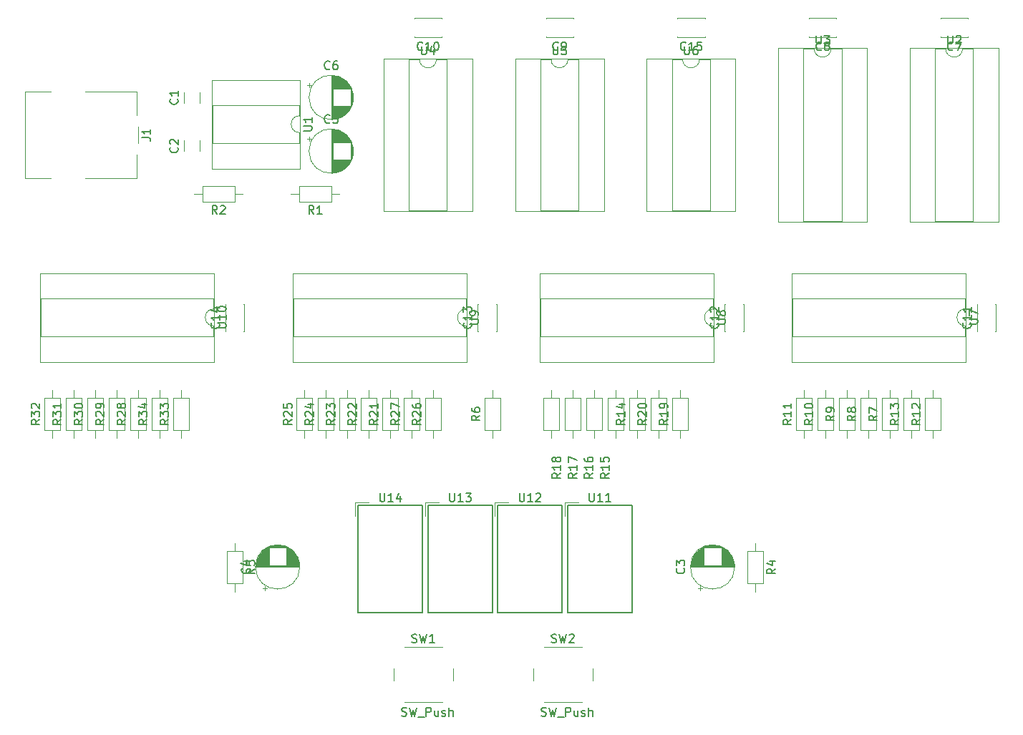
<source format=gbr>
%TF.GenerationSoftware,KiCad,Pcbnew,5.1.7-a382d34a8~87~ubuntu20.04.1*%
%TF.CreationDate,2020-10-16T12:11:30-03:00*%
%TF.ProjectId,cronometro-conta-para-zera,63726f6e-6f6d-4657-9472-6f2d636f6e74,rev?*%
%TF.SameCoordinates,Original*%
%TF.FileFunction,Legend,Top*%
%TF.FilePolarity,Positive*%
%FSLAX46Y46*%
G04 Gerber Fmt 4.6, Leading zero omitted, Abs format (unit mm)*
G04 Created by KiCad (PCBNEW 5.1.7-a382d34a8~87~ubuntu20.04.1) date 2020-10-16 12:11:30*
%MOMM*%
%LPD*%
G01*
G04 APERTURE LIST*
%ADD10C,0.120000*%
%ADD11C,0.150000*%
G04 APERTURE END LIST*
D10*
%TO.C,U3*%
X220932000Y-30420000D02*
X219682000Y-30420000D01*
X219682000Y-30420000D02*
X219682000Y-50860000D01*
X219682000Y-50860000D02*
X224182000Y-50860000D01*
X224182000Y-50860000D02*
X224182000Y-30420000D01*
X224182000Y-30420000D02*
X222932000Y-30420000D01*
X216682000Y-30360000D02*
X216682000Y-50920000D01*
X216682000Y-50920000D02*
X227182000Y-50920000D01*
X227182000Y-50920000D02*
X227182000Y-30360000D01*
X227182000Y-30360000D02*
X216682000Y-30360000D01*
X222932000Y-30420000D02*
G75*
G02*
X220932000Y-30420000I-1000000J0D01*
G01*
D11*
%TO.C,U14*%
X174625000Y-84455000D02*
X167005000Y-84455000D01*
X167005000Y-84455000D02*
X167005000Y-97155000D01*
X167005000Y-97155000D02*
X174625000Y-97155000D01*
X174625000Y-97155000D02*
X174625000Y-84455000D01*
D10*
X166645000Y-85725000D02*
X166645000Y-84095000D01*
X166645000Y-84095000D02*
X168275000Y-84095000D01*
D11*
%TO.C,U13*%
X182880000Y-84455000D02*
X175260000Y-84455000D01*
X175260000Y-84455000D02*
X175260000Y-97155000D01*
X175260000Y-97155000D02*
X182880000Y-97155000D01*
X182880000Y-97155000D02*
X182880000Y-84455000D01*
D10*
X174900000Y-85725000D02*
X174900000Y-84095000D01*
X174900000Y-84095000D02*
X176530000Y-84095000D01*
D11*
%TO.C,U12*%
X191135000Y-84455000D02*
X183515000Y-84455000D01*
X183515000Y-84455000D02*
X183515000Y-97155000D01*
X183515000Y-97155000D02*
X191135000Y-97155000D01*
X191135000Y-97155000D02*
X191135000Y-84455000D01*
D10*
X183155000Y-85725000D02*
X183155000Y-84095000D01*
X183155000Y-84095000D02*
X184785000Y-84095000D01*
D11*
%TO.C,U11*%
X199390000Y-84455000D02*
X191770000Y-84455000D01*
X191770000Y-84455000D02*
X191770000Y-97155000D01*
X191770000Y-97155000D02*
X199390000Y-97155000D01*
X199390000Y-97155000D02*
X199390000Y-84455000D01*
D10*
X191410000Y-85725000D02*
X191410000Y-84095000D01*
X191410000Y-84095000D02*
X193040000Y-84095000D01*
%TO.C,U10*%
X149920000Y-61230000D02*
X149920000Y-59980000D01*
X149920000Y-59980000D02*
X129480000Y-59980000D01*
X129480000Y-59980000D02*
X129480000Y-64480000D01*
X129480000Y-64480000D02*
X149920000Y-64480000D01*
X149920000Y-64480000D02*
X149920000Y-63230000D01*
X149980000Y-56980000D02*
X129420000Y-56980000D01*
X129420000Y-56980000D02*
X129420000Y-67480000D01*
X129420000Y-67480000D02*
X149980000Y-67480000D01*
X149980000Y-67480000D02*
X149980000Y-56980000D01*
X149920000Y-63230000D02*
G75*
G02*
X149920000Y-61230000I0J1000000D01*
G01*
%TO.C,U9*%
X179765000Y-61230000D02*
X179765000Y-59980000D01*
X179765000Y-59980000D02*
X159325000Y-59980000D01*
X159325000Y-59980000D02*
X159325000Y-64480000D01*
X159325000Y-64480000D02*
X179765000Y-64480000D01*
X179765000Y-64480000D02*
X179765000Y-63230000D01*
X179825000Y-56980000D02*
X159265000Y-56980000D01*
X159265000Y-56980000D02*
X159265000Y-67480000D01*
X159265000Y-67480000D02*
X179825000Y-67480000D01*
X179825000Y-67480000D02*
X179825000Y-56980000D01*
X179765000Y-63230000D02*
G75*
G02*
X179765000Y-61230000I0J1000000D01*
G01*
%TO.C,U8*%
X208975000Y-61230000D02*
X208975000Y-59980000D01*
X208975000Y-59980000D02*
X188535000Y-59980000D01*
X188535000Y-59980000D02*
X188535000Y-64480000D01*
X188535000Y-64480000D02*
X208975000Y-64480000D01*
X208975000Y-64480000D02*
X208975000Y-63230000D01*
X209035000Y-56980000D02*
X188475000Y-56980000D01*
X188475000Y-56980000D02*
X188475000Y-67480000D01*
X188475000Y-67480000D02*
X209035000Y-67480000D01*
X209035000Y-67480000D02*
X209035000Y-56980000D01*
X208975000Y-63230000D02*
G75*
G02*
X208975000Y-61230000I0J1000000D01*
G01*
%TO.C,U7*%
X238820000Y-61230000D02*
X238820000Y-59980000D01*
X238820000Y-59980000D02*
X218380000Y-59980000D01*
X218380000Y-59980000D02*
X218380000Y-64480000D01*
X218380000Y-64480000D02*
X238820000Y-64480000D01*
X238820000Y-64480000D02*
X238820000Y-63230000D01*
X238880000Y-56980000D02*
X218320000Y-56980000D01*
X218320000Y-56980000D02*
X218320000Y-67480000D01*
X218320000Y-67480000D02*
X238880000Y-67480000D01*
X238880000Y-67480000D02*
X238880000Y-56980000D01*
X238820000Y-63230000D02*
G75*
G02*
X238820000Y-61230000I0J1000000D01*
G01*
%TO.C,U6*%
X205375000Y-31690000D02*
X204125000Y-31690000D01*
X204125000Y-31690000D02*
X204125000Y-49590000D01*
X204125000Y-49590000D02*
X208625000Y-49590000D01*
X208625000Y-49590000D02*
X208625000Y-31690000D01*
X208625000Y-31690000D02*
X207375000Y-31690000D01*
X201125000Y-31630000D02*
X201125000Y-49650000D01*
X201125000Y-49650000D02*
X211625000Y-49650000D01*
X211625000Y-49650000D02*
X211625000Y-31630000D01*
X211625000Y-31630000D02*
X201125000Y-31630000D01*
X207375000Y-31690000D02*
G75*
G02*
X205375000Y-31690000I-1000000J0D01*
G01*
%TO.C,U5*%
X189817000Y-31690000D02*
X188567000Y-31690000D01*
X188567000Y-31690000D02*
X188567000Y-49590000D01*
X188567000Y-49590000D02*
X193067000Y-49590000D01*
X193067000Y-49590000D02*
X193067000Y-31690000D01*
X193067000Y-31690000D02*
X191817000Y-31690000D01*
X185567000Y-31630000D02*
X185567000Y-49650000D01*
X185567000Y-49650000D02*
X196067000Y-49650000D01*
X196067000Y-49650000D02*
X196067000Y-31630000D01*
X196067000Y-31630000D02*
X185567000Y-31630000D01*
X191817000Y-31690000D02*
G75*
G02*
X189817000Y-31690000I-1000000J0D01*
G01*
%TO.C,U4*%
X174260000Y-31690000D02*
X173010000Y-31690000D01*
X173010000Y-31690000D02*
X173010000Y-49590000D01*
X173010000Y-49590000D02*
X177510000Y-49590000D01*
X177510000Y-49590000D02*
X177510000Y-31690000D01*
X177510000Y-31690000D02*
X176260000Y-31690000D01*
X170010000Y-31630000D02*
X170010000Y-49650000D01*
X170010000Y-49650000D02*
X180510000Y-49650000D01*
X180510000Y-49650000D02*
X180510000Y-31630000D01*
X180510000Y-31630000D02*
X170010000Y-31630000D01*
X176260000Y-31690000D02*
G75*
G02*
X174260000Y-31690000I-1000000J0D01*
G01*
%TO.C,U2*%
X236490000Y-30420000D02*
X235240000Y-30420000D01*
X235240000Y-30420000D02*
X235240000Y-50860000D01*
X235240000Y-50860000D02*
X239740000Y-50860000D01*
X239740000Y-50860000D02*
X239740000Y-30420000D01*
X239740000Y-30420000D02*
X238490000Y-30420000D01*
X232240000Y-30360000D02*
X232240000Y-50920000D01*
X232240000Y-50920000D02*
X242740000Y-50920000D01*
X242740000Y-50920000D02*
X242740000Y-30360000D01*
X242740000Y-30360000D02*
X232240000Y-30360000D01*
X238490000Y-30420000D02*
G75*
G02*
X236490000Y-30420000I-1000000J0D01*
G01*
%TO.C,U1*%
X160080000Y-38370000D02*
X160080000Y-37120000D01*
X160080000Y-37120000D02*
X149800000Y-37120000D01*
X149800000Y-37120000D02*
X149800000Y-41620000D01*
X149800000Y-41620000D02*
X160080000Y-41620000D01*
X160080000Y-41620000D02*
X160080000Y-40370000D01*
X160140000Y-34120000D02*
X149740000Y-34120000D01*
X149740000Y-34120000D02*
X149740000Y-44620000D01*
X149740000Y-44620000D02*
X160140000Y-44620000D01*
X160140000Y-44620000D02*
X160140000Y-34120000D01*
X160080000Y-40370000D02*
G75*
G02*
X160080000Y-38370000I0J1000000D01*
G01*
%TO.C,SW2*%
X188960000Y-107735000D02*
X193460000Y-107735000D01*
X187710000Y-103735000D02*
X187710000Y-105235000D01*
X193460000Y-101235000D02*
X188960000Y-101235000D01*
X194710000Y-105235000D02*
X194710000Y-103735000D01*
%TO.C,SW1*%
X172450000Y-107735000D02*
X176950000Y-107735000D01*
X171200000Y-103735000D02*
X171200000Y-105235000D01*
X176950000Y-101235000D02*
X172450000Y-101235000D01*
X178200000Y-105235000D02*
X178200000Y-103735000D01*
%TO.C,R34*%
X142590000Y-75580000D02*
X144430000Y-75580000D01*
X144430000Y-75580000D02*
X144430000Y-71740000D01*
X144430000Y-71740000D02*
X142590000Y-71740000D01*
X142590000Y-71740000D02*
X142590000Y-75580000D01*
X143510000Y-76530000D02*
X143510000Y-75580000D01*
X143510000Y-70790000D02*
X143510000Y-71740000D01*
%TO.C,R33*%
X145130000Y-75580000D02*
X146970000Y-75580000D01*
X146970000Y-75580000D02*
X146970000Y-71740000D01*
X146970000Y-71740000D02*
X145130000Y-71740000D01*
X145130000Y-71740000D02*
X145130000Y-75580000D01*
X146050000Y-76530000D02*
X146050000Y-75580000D01*
X146050000Y-70790000D02*
X146050000Y-71740000D01*
%TO.C,R32*%
X129890000Y-75580000D02*
X131730000Y-75580000D01*
X131730000Y-75580000D02*
X131730000Y-71740000D01*
X131730000Y-71740000D02*
X129890000Y-71740000D01*
X129890000Y-71740000D02*
X129890000Y-75580000D01*
X130810000Y-76530000D02*
X130810000Y-75580000D01*
X130810000Y-70790000D02*
X130810000Y-71740000D01*
%TO.C,R31*%
X132430000Y-75580000D02*
X134270000Y-75580000D01*
X134270000Y-75580000D02*
X134270000Y-71740000D01*
X134270000Y-71740000D02*
X132430000Y-71740000D01*
X132430000Y-71740000D02*
X132430000Y-75580000D01*
X133350000Y-76530000D02*
X133350000Y-75580000D01*
X133350000Y-70790000D02*
X133350000Y-71740000D01*
%TO.C,R30*%
X134970000Y-75580000D02*
X136810000Y-75580000D01*
X136810000Y-75580000D02*
X136810000Y-71740000D01*
X136810000Y-71740000D02*
X134970000Y-71740000D01*
X134970000Y-71740000D02*
X134970000Y-75580000D01*
X135890000Y-76530000D02*
X135890000Y-75580000D01*
X135890000Y-70790000D02*
X135890000Y-71740000D01*
%TO.C,R29*%
X137510000Y-75580000D02*
X139350000Y-75580000D01*
X139350000Y-75580000D02*
X139350000Y-71740000D01*
X139350000Y-71740000D02*
X137510000Y-71740000D01*
X137510000Y-71740000D02*
X137510000Y-75580000D01*
X138430000Y-76530000D02*
X138430000Y-75580000D01*
X138430000Y-70790000D02*
X138430000Y-71740000D01*
%TO.C,R28*%
X140050000Y-75580000D02*
X141890000Y-75580000D01*
X141890000Y-75580000D02*
X141890000Y-71740000D01*
X141890000Y-71740000D02*
X140050000Y-71740000D01*
X140050000Y-71740000D02*
X140050000Y-75580000D01*
X140970000Y-76530000D02*
X140970000Y-75580000D01*
X140970000Y-70790000D02*
X140970000Y-71740000D01*
%TO.C,R27*%
X172435000Y-75580000D02*
X174275000Y-75580000D01*
X174275000Y-75580000D02*
X174275000Y-71740000D01*
X174275000Y-71740000D02*
X172435000Y-71740000D01*
X172435000Y-71740000D02*
X172435000Y-75580000D01*
X173355000Y-76530000D02*
X173355000Y-75580000D01*
X173355000Y-70790000D02*
X173355000Y-71740000D01*
%TO.C,R26*%
X174975000Y-75580000D02*
X176815000Y-75580000D01*
X176815000Y-75580000D02*
X176815000Y-71740000D01*
X176815000Y-71740000D02*
X174975000Y-71740000D01*
X174975000Y-71740000D02*
X174975000Y-75580000D01*
X175895000Y-76530000D02*
X175895000Y-75580000D01*
X175895000Y-70790000D02*
X175895000Y-71740000D01*
%TO.C,R25*%
X159735000Y-75580000D02*
X161575000Y-75580000D01*
X161575000Y-75580000D02*
X161575000Y-71740000D01*
X161575000Y-71740000D02*
X159735000Y-71740000D01*
X159735000Y-71740000D02*
X159735000Y-75580000D01*
X160655000Y-76530000D02*
X160655000Y-75580000D01*
X160655000Y-70790000D02*
X160655000Y-71740000D01*
%TO.C,R24*%
X162275000Y-75580000D02*
X164115000Y-75580000D01*
X164115000Y-75580000D02*
X164115000Y-71740000D01*
X164115000Y-71740000D02*
X162275000Y-71740000D01*
X162275000Y-71740000D02*
X162275000Y-75580000D01*
X163195000Y-76530000D02*
X163195000Y-75580000D01*
X163195000Y-70790000D02*
X163195000Y-71740000D01*
%TO.C,R23*%
X164815000Y-75580000D02*
X166655000Y-75580000D01*
X166655000Y-75580000D02*
X166655000Y-71740000D01*
X166655000Y-71740000D02*
X164815000Y-71740000D01*
X164815000Y-71740000D02*
X164815000Y-75580000D01*
X165735000Y-76530000D02*
X165735000Y-75580000D01*
X165735000Y-70790000D02*
X165735000Y-71740000D01*
%TO.C,R22*%
X167355000Y-75580000D02*
X169195000Y-75580000D01*
X169195000Y-75580000D02*
X169195000Y-71740000D01*
X169195000Y-71740000D02*
X167355000Y-71740000D01*
X167355000Y-71740000D02*
X167355000Y-75580000D01*
X168275000Y-76530000D02*
X168275000Y-75580000D01*
X168275000Y-70790000D02*
X168275000Y-71740000D01*
%TO.C,R21*%
X169895000Y-75580000D02*
X171735000Y-75580000D01*
X171735000Y-75580000D02*
X171735000Y-71740000D01*
X171735000Y-71740000D02*
X169895000Y-71740000D01*
X169895000Y-71740000D02*
X169895000Y-75580000D01*
X170815000Y-76530000D02*
X170815000Y-75580000D01*
X170815000Y-70790000D02*
X170815000Y-71740000D01*
%TO.C,R20*%
X201645000Y-75580000D02*
X203485000Y-75580000D01*
X203485000Y-75580000D02*
X203485000Y-71740000D01*
X203485000Y-71740000D02*
X201645000Y-71740000D01*
X201645000Y-71740000D02*
X201645000Y-75580000D01*
X202565000Y-76530000D02*
X202565000Y-75580000D01*
X202565000Y-70790000D02*
X202565000Y-71740000D01*
%TO.C,R19*%
X204185000Y-75580000D02*
X206025000Y-75580000D01*
X206025000Y-75580000D02*
X206025000Y-71740000D01*
X206025000Y-71740000D02*
X204185000Y-71740000D01*
X204185000Y-71740000D02*
X204185000Y-75580000D01*
X205105000Y-76530000D02*
X205105000Y-75580000D01*
X205105000Y-70790000D02*
X205105000Y-71740000D01*
%TO.C,R18*%
X188945000Y-75580000D02*
X190785000Y-75580000D01*
X190785000Y-75580000D02*
X190785000Y-71740000D01*
X190785000Y-71740000D02*
X188945000Y-71740000D01*
X188945000Y-71740000D02*
X188945000Y-75580000D01*
X189865000Y-76530000D02*
X189865000Y-75580000D01*
X189865000Y-70790000D02*
X189865000Y-71740000D01*
%TO.C,R17*%
X191485000Y-75580000D02*
X193325000Y-75580000D01*
X193325000Y-75580000D02*
X193325000Y-71740000D01*
X193325000Y-71740000D02*
X191485000Y-71740000D01*
X191485000Y-71740000D02*
X191485000Y-75580000D01*
X192405000Y-76530000D02*
X192405000Y-75580000D01*
X192405000Y-70790000D02*
X192405000Y-71740000D01*
%TO.C,R16*%
X194025000Y-75580000D02*
X195865000Y-75580000D01*
X195865000Y-75580000D02*
X195865000Y-71740000D01*
X195865000Y-71740000D02*
X194025000Y-71740000D01*
X194025000Y-71740000D02*
X194025000Y-75580000D01*
X194945000Y-76530000D02*
X194945000Y-75580000D01*
X194945000Y-70790000D02*
X194945000Y-71740000D01*
%TO.C,R15*%
X196565000Y-75580000D02*
X198405000Y-75580000D01*
X198405000Y-75580000D02*
X198405000Y-71740000D01*
X198405000Y-71740000D02*
X196565000Y-71740000D01*
X196565000Y-71740000D02*
X196565000Y-75580000D01*
X197485000Y-76530000D02*
X197485000Y-75580000D01*
X197485000Y-70790000D02*
X197485000Y-71740000D01*
%TO.C,R14*%
X199105000Y-75580000D02*
X200945000Y-75580000D01*
X200945000Y-75580000D02*
X200945000Y-71740000D01*
X200945000Y-71740000D02*
X199105000Y-71740000D01*
X199105000Y-71740000D02*
X199105000Y-75580000D01*
X200025000Y-76530000D02*
X200025000Y-75580000D01*
X200025000Y-70790000D02*
X200025000Y-71740000D01*
%TO.C,R13*%
X231490000Y-75580000D02*
X233330000Y-75580000D01*
X233330000Y-75580000D02*
X233330000Y-71740000D01*
X233330000Y-71740000D02*
X231490000Y-71740000D01*
X231490000Y-71740000D02*
X231490000Y-75580000D01*
X232410000Y-76530000D02*
X232410000Y-75580000D01*
X232410000Y-70790000D02*
X232410000Y-71740000D01*
%TO.C,R12*%
X234030000Y-75580000D02*
X235870000Y-75580000D01*
X235870000Y-75580000D02*
X235870000Y-71740000D01*
X235870000Y-71740000D02*
X234030000Y-71740000D01*
X234030000Y-71740000D02*
X234030000Y-75580000D01*
X234950000Y-76530000D02*
X234950000Y-75580000D01*
X234950000Y-70790000D02*
X234950000Y-71740000D01*
%TO.C,R11*%
X218790000Y-75580000D02*
X220630000Y-75580000D01*
X220630000Y-75580000D02*
X220630000Y-71740000D01*
X220630000Y-71740000D02*
X218790000Y-71740000D01*
X218790000Y-71740000D02*
X218790000Y-75580000D01*
X219710000Y-76530000D02*
X219710000Y-75580000D01*
X219710000Y-70790000D02*
X219710000Y-71740000D01*
%TO.C,R10*%
X221330000Y-75580000D02*
X223170000Y-75580000D01*
X223170000Y-75580000D02*
X223170000Y-71740000D01*
X223170000Y-71740000D02*
X221330000Y-71740000D01*
X221330000Y-71740000D02*
X221330000Y-75580000D01*
X222250000Y-76530000D02*
X222250000Y-75580000D01*
X222250000Y-70790000D02*
X222250000Y-71740000D01*
%TO.C,R9*%
X223870000Y-75580000D02*
X225710000Y-75580000D01*
X225710000Y-75580000D02*
X225710000Y-71740000D01*
X225710000Y-71740000D02*
X223870000Y-71740000D01*
X223870000Y-71740000D02*
X223870000Y-75580000D01*
X224790000Y-76530000D02*
X224790000Y-75580000D01*
X224790000Y-70790000D02*
X224790000Y-71740000D01*
%TO.C,R8*%
X226410000Y-75580000D02*
X228250000Y-75580000D01*
X228250000Y-75580000D02*
X228250000Y-71740000D01*
X228250000Y-71740000D02*
X226410000Y-71740000D01*
X226410000Y-71740000D02*
X226410000Y-75580000D01*
X227330000Y-76530000D02*
X227330000Y-75580000D01*
X227330000Y-70790000D02*
X227330000Y-71740000D01*
%TO.C,R7*%
X228950000Y-75580000D02*
X230790000Y-75580000D01*
X230790000Y-75580000D02*
X230790000Y-71740000D01*
X230790000Y-71740000D02*
X228950000Y-71740000D01*
X228950000Y-71740000D02*
X228950000Y-75580000D01*
X229870000Y-76530000D02*
X229870000Y-75580000D01*
X229870000Y-70790000D02*
X229870000Y-71740000D01*
%TO.C,R6*%
X181960000Y-75580000D02*
X183800000Y-75580000D01*
X183800000Y-75580000D02*
X183800000Y-71740000D01*
X183800000Y-71740000D02*
X181960000Y-71740000D01*
X181960000Y-71740000D02*
X181960000Y-75580000D01*
X182880000Y-76530000D02*
X182880000Y-75580000D01*
X182880000Y-70790000D02*
X182880000Y-71740000D01*
%TO.C,R5*%
X153320000Y-89865000D02*
X151480000Y-89865000D01*
X151480000Y-89865000D02*
X151480000Y-93705000D01*
X151480000Y-93705000D02*
X153320000Y-93705000D01*
X153320000Y-93705000D02*
X153320000Y-89865000D01*
X152400000Y-88915000D02*
X152400000Y-89865000D01*
X152400000Y-94655000D02*
X152400000Y-93705000D01*
%TO.C,R4*%
X214915000Y-89865000D02*
X213075000Y-89865000D01*
X213075000Y-89865000D02*
X213075000Y-93705000D01*
X213075000Y-93705000D02*
X214915000Y-93705000D01*
X214915000Y-93705000D02*
X214915000Y-89865000D01*
X213995000Y-88915000D02*
X213995000Y-89865000D01*
X213995000Y-94655000D02*
X213995000Y-93705000D01*
%TO.C,R2*%
X152415000Y-48545000D02*
X152415000Y-46705000D01*
X152415000Y-46705000D02*
X148575000Y-46705000D01*
X148575000Y-46705000D02*
X148575000Y-48545000D01*
X148575000Y-48545000D02*
X152415000Y-48545000D01*
X153365000Y-47625000D02*
X152415000Y-47625000D01*
X147625000Y-47625000D02*
X148575000Y-47625000D01*
%TO.C,R1*%
X163845000Y-48545000D02*
X163845000Y-46705000D01*
X163845000Y-46705000D02*
X160005000Y-46705000D01*
X160005000Y-46705000D02*
X160005000Y-48545000D01*
X160005000Y-48545000D02*
X163845000Y-48545000D01*
X164795000Y-47625000D02*
X163845000Y-47625000D01*
X159055000Y-47625000D02*
X160005000Y-47625000D01*
%TO.C,J1*%
X134750000Y-35530000D02*
X140810000Y-35530000D01*
X140810000Y-35530000D02*
X140810000Y-38340000D01*
X140810000Y-42940000D02*
X140810000Y-45750000D01*
X140810000Y-45750000D02*
X134750000Y-45750000D01*
X130650000Y-45750000D02*
X127590000Y-45750000D01*
X127590000Y-45750000D02*
X127590000Y-35530000D01*
X127590000Y-35530000D02*
X130650000Y-35530000D01*
X141000000Y-39640000D02*
X141000000Y-41640000D01*
%TO.C,C15*%
X208015000Y-29060000D02*
X204775000Y-29060000D01*
X208015000Y-26820000D02*
X204775000Y-26820000D01*
X208015000Y-29060000D02*
X208015000Y-28995000D01*
X208015000Y-26885000D02*
X208015000Y-26820000D01*
X204775000Y-29060000D02*
X204775000Y-28995000D01*
X204775000Y-26885000D02*
X204775000Y-26820000D01*
%TO.C,C14*%
X151280000Y-63870000D02*
X151280000Y-60630000D01*
X153520000Y-63870000D02*
X153520000Y-60630000D01*
X151280000Y-63870000D02*
X151345000Y-63870000D01*
X153455000Y-63870000D02*
X153520000Y-63870000D01*
X151280000Y-60630000D02*
X151345000Y-60630000D01*
X153455000Y-60630000D02*
X153520000Y-60630000D01*
%TO.C,C13*%
X181125000Y-63870000D02*
X181125000Y-60630000D01*
X183365000Y-63870000D02*
X183365000Y-60630000D01*
X181125000Y-63870000D02*
X181190000Y-63870000D01*
X183300000Y-63870000D02*
X183365000Y-63870000D01*
X181125000Y-60630000D02*
X181190000Y-60630000D01*
X183300000Y-60630000D02*
X183365000Y-60630000D01*
%TO.C,C12*%
X210335000Y-63870000D02*
X210335000Y-60630000D01*
X212575000Y-63870000D02*
X212575000Y-60630000D01*
X210335000Y-63870000D02*
X210400000Y-63870000D01*
X212510000Y-63870000D02*
X212575000Y-63870000D01*
X210335000Y-60630000D02*
X210400000Y-60630000D01*
X212510000Y-60630000D02*
X212575000Y-60630000D01*
%TO.C,C11*%
X240180000Y-63870000D02*
X240180000Y-60630000D01*
X242420000Y-63870000D02*
X242420000Y-60630000D01*
X240180000Y-63870000D02*
X240245000Y-63870000D01*
X242355000Y-63870000D02*
X242420000Y-63870000D01*
X240180000Y-60630000D02*
X240245000Y-60630000D01*
X242355000Y-60630000D02*
X242420000Y-60630000D01*
%TO.C,C10*%
X176900000Y-29060000D02*
X173660000Y-29060000D01*
X176900000Y-26820000D02*
X173660000Y-26820000D01*
X176900000Y-29060000D02*
X176900000Y-28995000D01*
X176900000Y-26885000D02*
X176900000Y-26820000D01*
X173660000Y-29060000D02*
X173660000Y-28995000D01*
X173660000Y-26885000D02*
X173660000Y-26820000D01*
%TO.C,C9*%
X192458000Y-29060000D02*
X189218000Y-29060000D01*
X192458000Y-26820000D02*
X189218000Y-26820000D01*
X192458000Y-29060000D02*
X192458000Y-28995000D01*
X192458000Y-26885000D02*
X192458000Y-26820000D01*
X189218000Y-29060000D02*
X189218000Y-28995000D01*
X189218000Y-26885000D02*
X189218000Y-26820000D01*
%TO.C,C8*%
X223572000Y-29060000D02*
X220332000Y-29060000D01*
X223572000Y-26820000D02*
X220332000Y-26820000D01*
X223572000Y-29060000D02*
X223572000Y-28995000D01*
X223572000Y-26885000D02*
X223572000Y-26820000D01*
X220332000Y-29060000D02*
X220332000Y-28995000D01*
X220332000Y-26885000D02*
X220332000Y-26820000D01*
%TO.C,C7*%
X239130000Y-29060000D02*
X235890000Y-29060000D01*
X239130000Y-26820000D02*
X235890000Y-26820000D01*
X239130000Y-29060000D02*
X239130000Y-28995000D01*
X239130000Y-26885000D02*
X239130000Y-26820000D01*
X235890000Y-29060000D02*
X235890000Y-28995000D01*
X235890000Y-26885000D02*
X235890000Y-26820000D01*
%TO.C,C6*%
X166430000Y-36195000D02*
G75*
G03*
X166430000Y-36195000I-2620000J0D01*
G01*
X163810000Y-33615000D02*
X163810000Y-38775000D01*
X163850000Y-33615000D02*
X163850000Y-38775000D01*
X163890000Y-33616000D02*
X163890000Y-38774000D01*
X163930000Y-33617000D02*
X163930000Y-38773000D01*
X163970000Y-33619000D02*
X163970000Y-38771000D01*
X164010000Y-33622000D02*
X164010000Y-38768000D01*
X164050000Y-33626000D02*
X164050000Y-35155000D01*
X164050000Y-37235000D02*
X164050000Y-38764000D01*
X164090000Y-33630000D02*
X164090000Y-35155000D01*
X164090000Y-37235000D02*
X164090000Y-38760000D01*
X164130000Y-33634000D02*
X164130000Y-35155000D01*
X164130000Y-37235000D02*
X164130000Y-38756000D01*
X164170000Y-33639000D02*
X164170000Y-35155000D01*
X164170000Y-37235000D02*
X164170000Y-38751000D01*
X164210000Y-33645000D02*
X164210000Y-35155000D01*
X164210000Y-37235000D02*
X164210000Y-38745000D01*
X164250000Y-33652000D02*
X164250000Y-35155000D01*
X164250000Y-37235000D02*
X164250000Y-38738000D01*
X164290000Y-33659000D02*
X164290000Y-35155000D01*
X164290000Y-37235000D02*
X164290000Y-38731000D01*
X164330000Y-33667000D02*
X164330000Y-35155000D01*
X164330000Y-37235000D02*
X164330000Y-38723000D01*
X164370000Y-33675000D02*
X164370000Y-35155000D01*
X164370000Y-37235000D02*
X164370000Y-38715000D01*
X164410000Y-33684000D02*
X164410000Y-35155000D01*
X164410000Y-37235000D02*
X164410000Y-38706000D01*
X164450000Y-33694000D02*
X164450000Y-35155000D01*
X164450000Y-37235000D02*
X164450000Y-38696000D01*
X164490000Y-33704000D02*
X164490000Y-35155000D01*
X164490000Y-37235000D02*
X164490000Y-38686000D01*
X164531000Y-33715000D02*
X164531000Y-35155000D01*
X164531000Y-37235000D02*
X164531000Y-38675000D01*
X164571000Y-33727000D02*
X164571000Y-35155000D01*
X164571000Y-37235000D02*
X164571000Y-38663000D01*
X164611000Y-33740000D02*
X164611000Y-35155000D01*
X164611000Y-37235000D02*
X164611000Y-38650000D01*
X164651000Y-33753000D02*
X164651000Y-35155000D01*
X164651000Y-37235000D02*
X164651000Y-38637000D01*
X164691000Y-33767000D02*
X164691000Y-35155000D01*
X164691000Y-37235000D02*
X164691000Y-38623000D01*
X164731000Y-33781000D02*
X164731000Y-35155000D01*
X164731000Y-37235000D02*
X164731000Y-38609000D01*
X164771000Y-33797000D02*
X164771000Y-35155000D01*
X164771000Y-37235000D02*
X164771000Y-38593000D01*
X164811000Y-33813000D02*
X164811000Y-35155000D01*
X164811000Y-37235000D02*
X164811000Y-38577000D01*
X164851000Y-33830000D02*
X164851000Y-35155000D01*
X164851000Y-37235000D02*
X164851000Y-38560000D01*
X164891000Y-33847000D02*
X164891000Y-35155000D01*
X164891000Y-37235000D02*
X164891000Y-38543000D01*
X164931000Y-33866000D02*
X164931000Y-35155000D01*
X164931000Y-37235000D02*
X164931000Y-38524000D01*
X164971000Y-33885000D02*
X164971000Y-35155000D01*
X164971000Y-37235000D02*
X164971000Y-38505000D01*
X165011000Y-33905000D02*
X165011000Y-35155000D01*
X165011000Y-37235000D02*
X165011000Y-38485000D01*
X165051000Y-33927000D02*
X165051000Y-35155000D01*
X165051000Y-37235000D02*
X165051000Y-38463000D01*
X165091000Y-33948000D02*
X165091000Y-35155000D01*
X165091000Y-37235000D02*
X165091000Y-38442000D01*
X165131000Y-33971000D02*
X165131000Y-35155000D01*
X165131000Y-37235000D02*
X165131000Y-38419000D01*
X165171000Y-33995000D02*
X165171000Y-35155000D01*
X165171000Y-37235000D02*
X165171000Y-38395000D01*
X165211000Y-34020000D02*
X165211000Y-35155000D01*
X165211000Y-37235000D02*
X165211000Y-38370000D01*
X165251000Y-34046000D02*
X165251000Y-35155000D01*
X165251000Y-37235000D02*
X165251000Y-38344000D01*
X165291000Y-34073000D02*
X165291000Y-35155000D01*
X165291000Y-37235000D02*
X165291000Y-38317000D01*
X165331000Y-34100000D02*
X165331000Y-35155000D01*
X165331000Y-37235000D02*
X165331000Y-38290000D01*
X165371000Y-34130000D02*
X165371000Y-35155000D01*
X165371000Y-37235000D02*
X165371000Y-38260000D01*
X165411000Y-34160000D02*
X165411000Y-35155000D01*
X165411000Y-37235000D02*
X165411000Y-38230000D01*
X165451000Y-34191000D02*
X165451000Y-35155000D01*
X165451000Y-37235000D02*
X165451000Y-38199000D01*
X165491000Y-34224000D02*
X165491000Y-35155000D01*
X165491000Y-37235000D02*
X165491000Y-38166000D01*
X165531000Y-34258000D02*
X165531000Y-35155000D01*
X165531000Y-37235000D02*
X165531000Y-38132000D01*
X165571000Y-34294000D02*
X165571000Y-35155000D01*
X165571000Y-37235000D02*
X165571000Y-38096000D01*
X165611000Y-34331000D02*
X165611000Y-35155000D01*
X165611000Y-37235000D02*
X165611000Y-38059000D01*
X165651000Y-34369000D02*
X165651000Y-35155000D01*
X165651000Y-37235000D02*
X165651000Y-38021000D01*
X165691000Y-34410000D02*
X165691000Y-35155000D01*
X165691000Y-37235000D02*
X165691000Y-37980000D01*
X165731000Y-34452000D02*
X165731000Y-35155000D01*
X165731000Y-37235000D02*
X165731000Y-37938000D01*
X165771000Y-34496000D02*
X165771000Y-35155000D01*
X165771000Y-37235000D02*
X165771000Y-37894000D01*
X165811000Y-34542000D02*
X165811000Y-35155000D01*
X165811000Y-37235000D02*
X165811000Y-37848000D01*
X165851000Y-34590000D02*
X165851000Y-35155000D01*
X165851000Y-37235000D02*
X165851000Y-37800000D01*
X165891000Y-34641000D02*
X165891000Y-35155000D01*
X165891000Y-37235000D02*
X165891000Y-37749000D01*
X165931000Y-34695000D02*
X165931000Y-35155000D01*
X165931000Y-37235000D02*
X165931000Y-37695000D01*
X165971000Y-34752000D02*
X165971000Y-35155000D01*
X165971000Y-37235000D02*
X165971000Y-37638000D01*
X166011000Y-34812000D02*
X166011000Y-35155000D01*
X166011000Y-37235000D02*
X166011000Y-37578000D01*
X166051000Y-34876000D02*
X166051000Y-35155000D01*
X166051000Y-37235000D02*
X166051000Y-37514000D01*
X166091000Y-34944000D02*
X166091000Y-35155000D01*
X166091000Y-37235000D02*
X166091000Y-37446000D01*
X166131000Y-35017000D02*
X166131000Y-37373000D01*
X166171000Y-35097000D02*
X166171000Y-37293000D01*
X166211000Y-35184000D02*
X166211000Y-37206000D01*
X166251000Y-35280000D02*
X166251000Y-37110000D01*
X166291000Y-35390000D02*
X166291000Y-37000000D01*
X166331000Y-35518000D02*
X166331000Y-36872000D01*
X166371000Y-35677000D02*
X166371000Y-36713000D01*
X166411000Y-35911000D02*
X166411000Y-36479000D01*
X161005225Y-34720000D02*
X161505225Y-34720000D01*
X161255225Y-34470000D02*
X161255225Y-34970000D01*
%TO.C,C5*%
X166430000Y-42545000D02*
G75*
G03*
X166430000Y-42545000I-2620000J0D01*
G01*
X163810000Y-39965000D02*
X163810000Y-45125000D01*
X163850000Y-39965000D02*
X163850000Y-45125000D01*
X163890000Y-39966000D02*
X163890000Y-45124000D01*
X163930000Y-39967000D02*
X163930000Y-45123000D01*
X163970000Y-39969000D02*
X163970000Y-45121000D01*
X164010000Y-39972000D02*
X164010000Y-45118000D01*
X164050000Y-39976000D02*
X164050000Y-41505000D01*
X164050000Y-43585000D02*
X164050000Y-45114000D01*
X164090000Y-39980000D02*
X164090000Y-41505000D01*
X164090000Y-43585000D02*
X164090000Y-45110000D01*
X164130000Y-39984000D02*
X164130000Y-41505000D01*
X164130000Y-43585000D02*
X164130000Y-45106000D01*
X164170000Y-39989000D02*
X164170000Y-41505000D01*
X164170000Y-43585000D02*
X164170000Y-45101000D01*
X164210000Y-39995000D02*
X164210000Y-41505000D01*
X164210000Y-43585000D02*
X164210000Y-45095000D01*
X164250000Y-40002000D02*
X164250000Y-41505000D01*
X164250000Y-43585000D02*
X164250000Y-45088000D01*
X164290000Y-40009000D02*
X164290000Y-41505000D01*
X164290000Y-43585000D02*
X164290000Y-45081000D01*
X164330000Y-40017000D02*
X164330000Y-41505000D01*
X164330000Y-43585000D02*
X164330000Y-45073000D01*
X164370000Y-40025000D02*
X164370000Y-41505000D01*
X164370000Y-43585000D02*
X164370000Y-45065000D01*
X164410000Y-40034000D02*
X164410000Y-41505000D01*
X164410000Y-43585000D02*
X164410000Y-45056000D01*
X164450000Y-40044000D02*
X164450000Y-41505000D01*
X164450000Y-43585000D02*
X164450000Y-45046000D01*
X164490000Y-40054000D02*
X164490000Y-41505000D01*
X164490000Y-43585000D02*
X164490000Y-45036000D01*
X164531000Y-40065000D02*
X164531000Y-41505000D01*
X164531000Y-43585000D02*
X164531000Y-45025000D01*
X164571000Y-40077000D02*
X164571000Y-41505000D01*
X164571000Y-43585000D02*
X164571000Y-45013000D01*
X164611000Y-40090000D02*
X164611000Y-41505000D01*
X164611000Y-43585000D02*
X164611000Y-45000000D01*
X164651000Y-40103000D02*
X164651000Y-41505000D01*
X164651000Y-43585000D02*
X164651000Y-44987000D01*
X164691000Y-40117000D02*
X164691000Y-41505000D01*
X164691000Y-43585000D02*
X164691000Y-44973000D01*
X164731000Y-40131000D02*
X164731000Y-41505000D01*
X164731000Y-43585000D02*
X164731000Y-44959000D01*
X164771000Y-40147000D02*
X164771000Y-41505000D01*
X164771000Y-43585000D02*
X164771000Y-44943000D01*
X164811000Y-40163000D02*
X164811000Y-41505000D01*
X164811000Y-43585000D02*
X164811000Y-44927000D01*
X164851000Y-40180000D02*
X164851000Y-41505000D01*
X164851000Y-43585000D02*
X164851000Y-44910000D01*
X164891000Y-40197000D02*
X164891000Y-41505000D01*
X164891000Y-43585000D02*
X164891000Y-44893000D01*
X164931000Y-40216000D02*
X164931000Y-41505000D01*
X164931000Y-43585000D02*
X164931000Y-44874000D01*
X164971000Y-40235000D02*
X164971000Y-41505000D01*
X164971000Y-43585000D02*
X164971000Y-44855000D01*
X165011000Y-40255000D02*
X165011000Y-41505000D01*
X165011000Y-43585000D02*
X165011000Y-44835000D01*
X165051000Y-40277000D02*
X165051000Y-41505000D01*
X165051000Y-43585000D02*
X165051000Y-44813000D01*
X165091000Y-40298000D02*
X165091000Y-41505000D01*
X165091000Y-43585000D02*
X165091000Y-44792000D01*
X165131000Y-40321000D02*
X165131000Y-41505000D01*
X165131000Y-43585000D02*
X165131000Y-44769000D01*
X165171000Y-40345000D02*
X165171000Y-41505000D01*
X165171000Y-43585000D02*
X165171000Y-44745000D01*
X165211000Y-40370000D02*
X165211000Y-41505000D01*
X165211000Y-43585000D02*
X165211000Y-44720000D01*
X165251000Y-40396000D02*
X165251000Y-41505000D01*
X165251000Y-43585000D02*
X165251000Y-44694000D01*
X165291000Y-40423000D02*
X165291000Y-41505000D01*
X165291000Y-43585000D02*
X165291000Y-44667000D01*
X165331000Y-40450000D02*
X165331000Y-41505000D01*
X165331000Y-43585000D02*
X165331000Y-44640000D01*
X165371000Y-40480000D02*
X165371000Y-41505000D01*
X165371000Y-43585000D02*
X165371000Y-44610000D01*
X165411000Y-40510000D02*
X165411000Y-41505000D01*
X165411000Y-43585000D02*
X165411000Y-44580000D01*
X165451000Y-40541000D02*
X165451000Y-41505000D01*
X165451000Y-43585000D02*
X165451000Y-44549000D01*
X165491000Y-40574000D02*
X165491000Y-41505000D01*
X165491000Y-43585000D02*
X165491000Y-44516000D01*
X165531000Y-40608000D02*
X165531000Y-41505000D01*
X165531000Y-43585000D02*
X165531000Y-44482000D01*
X165571000Y-40644000D02*
X165571000Y-41505000D01*
X165571000Y-43585000D02*
X165571000Y-44446000D01*
X165611000Y-40681000D02*
X165611000Y-41505000D01*
X165611000Y-43585000D02*
X165611000Y-44409000D01*
X165651000Y-40719000D02*
X165651000Y-41505000D01*
X165651000Y-43585000D02*
X165651000Y-44371000D01*
X165691000Y-40760000D02*
X165691000Y-41505000D01*
X165691000Y-43585000D02*
X165691000Y-44330000D01*
X165731000Y-40802000D02*
X165731000Y-41505000D01*
X165731000Y-43585000D02*
X165731000Y-44288000D01*
X165771000Y-40846000D02*
X165771000Y-41505000D01*
X165771000Y-43585000D02*
X165771000Y-44244000D01*
X165811000Y-40892000D02*
X165811000Y-41505000D01*
X165811000Y-43585000D02*
X165811000Y-44198000D01*
X165851000Y-40940000D02*
X165851000Y-41505000D01*
X165851000Y-43585000D02*
X165851000Y-44150000D01*
X165891000Y-40991000D02*
X165891000Y-41505000D01*
X165891000Y-43585000D02*
X165891000Y-44099000D01*
X165931000Y-41045000D02*
X165931000Y-41505000D01*
X165931000Y-43585000D02*
X165931000Y-44045000D01*
X165971000Y-41102000D02*
X165971000Y-41505000D01*
X165971000Y-43585000D02*
X165971000Y-43988000D01*
X166011000Y-41162000D02*
X166011000Y-41505000D01*
X166011000Y-43585000D02*
X166011000Y-43928000D01*
X166051000Y-41226000D02*
X166051000Y-41505000D01*
X166051000Y-43585000D02*
X166051000Y-43864000D01*
X166091000Y-41294000D02*
X166091000Y-41505000D01*
X166091000Y-43585000D02*
X166091000Y-43796000D01*
X166131000Y-41367000D02*
X166131000Y-43723000D01*
X166171000Y-41447000D02*
X166171000Y-43643000D01*
X166211000Y-41534000D02*
X166211000Y-43556000D01*
X166251000Y-41630000D02*
X166251000Y-43460000D01*
X166291000Y-41740000D02*
X166291000Y-43350000D01*
X166331000Y-41868000D02*
X166331000Y-43222000D01*
X166371000Y-42027000D02*
X166371000Y-43063000D01*
X166411000Y-42261000D02*
X166411000Y-42829000D01*
X161005225Y-41070000D02*
X161505225Y-41070000D01*
X161255225Y-40820000D02*
X161255225Y-41320000D01*
%TO.C,C4*%
X160100000Y-91740100D02*
G75*
G03*
X160100000Y-91740100I-2620000J0D01*
G01*
X154900000Y-91740100D02*
X160060000Y-91740100D01*
X154900000Y-91700100D02*
X160060000Y-91700100D01*
X154901000Y-91660100D02*
X160059000Y-91660100D01*
X154902000Y-91620100D02*
X160058000Y-91620100D01*
X154904000Y-91580100D02*
X160056000Y-91580100D01*
X154907000Y-91540100D02*
X160053000Y-91540100D01*
X154911000Y-91500100D02*
X156440000Y-91500100D01*
X158520000Y-91500100D02*
X160049000Y-91500100D01*
X154915000Y-91460100D02*
X156440000Y-91460100D01*
X158520000Y-91460100D02*
X160045000Y-91460100D01*
X154919000Y-91420100D02*
X156440000Y-91420100D01*
X158520000Y-91420100D02*
X160041000Y-91420100D01*
X154924000Y-91380100D02*
X156440000Y-91380100D01*
X158520000Y-91380100D02*
X160036000Y-91380100D01*
X154930000Y-91340100D02*
X156440000Y-91340100D01*
X158520000Y-91340100D02*
X160030000Y-91340100D01*
X154937000Y-91300100D02*
X156440000Y-91300100D01*
X158520000Y-91300100D02*
X160023000Y-91300100D01*
X154944000Y-91260100D02*
X156440000Y-91260100D01*
X158520000Y-91260100D02*
X160016000Y-91260100D01*
X154952000Y-91220100D02*
X156440000Y-91220100D01*
X158520000Y-91220100D02*
X160008000Y-91220100D01*
X154960000Y-91180100D02*
X156440000Y-91180100D01*
X158520000Y-91180100D02*
X160000000Y-91180100D01*
X154969000Y-91140100D02*
X156440000Y-91140100D01*
X158520000Y-91140100D02*
X159991000Y-91140100D01*
X154979000Y-91100100D02*
X156440000Y-91100100D01*
X158520000Y-91100100D02*
X159981000Y-91100100D01*
X154989000Y-91060100D02*
X156440000Y-91060100D01*
X158520000Y-91060100D02*
X159971000Y-91060100D01*
X155000000Y-91019100D02*
X156440000Y-91019100D01*
X158520000Y-91019100D02*
X159960000Y-91019100D01*
X155012000Y-90979100D02*
X156440000Y-90979100D01*
X158520000Y-90979100D02*
X159948000Y-90979100D01*
X155025000Y-90939100D02*
X156440000Y-90939100D01*
X158520000Y-90939100D02*
X159935000Y-90939100D01*
X155038000Y-90899100D02*
X156440000Y-90899100D01*
X158520000Y-90899100D02*
X159922000Y-90899100D01*
X155052000Y-90859100D02*
X156440000Y-90859100D01*
X158520000Y-90859100D02*
X159908000Y-90859100D01*
X155066000Y-90819100D02*
X156440000Y-90819100D01*
X158520000Y-90819100D02*
X159894000Y-90819100D01*
X155082000Y-90779100D02*
X156440000Y-90779100D01*
X158520000Y-90779100D02*
X159878000Y-90779100D01*
X155098000Y-90739100D02*
X156440000Y-90739100D01*
X158520000Y-90739100D02*
X159862000Y-90739100D01*
X155115000Y-90699100D02*
X156440000Y-90699100D01*
X158520000Y-90699100D02*
X159845000Y-90699100D01*
X155132000Y-90659100D02*
X156440000Y-90659100D01*
X158520000Y-90659100D02*
X159828000Y-90659100D01*
X155151000Y-90619100D02*
X156440000Y-90619100D01*
X158520000Y-90619100D02*
X159809000Y-90619100D01*
X155170000Y-90579100D02*
X156440000Y-90579100D01*
X158520000Y-90579100D02*
X159790000Y-90579100D01*
X155190000Y-90539100D02*
X156440000Y-90539100D01*
X158520000Y-90539100D02*
X159770000Y-90539100D01*
X155212000Y-90499100D02*
X156440000Y-90499100D01*
X158520000Y-90499100D02*
X159748000Y-90499100D01*
X155233000Y-90459100D02*
X156440000Y-90459100D01*
X158520000Y-90459100D02*
X159727000Y-90459100D01*
X155256000Y-90419100D02*
X156440000Y-90419100D01*
X158520000Y-90419100D02*
X159704000Y-90419100D01*
X155280000Y-90379100D02*
X156440000Y-90379100D01*
X158520000Y-90379100D02*
X159680000Y-90379100D01*
X155305000Y-90339100D02*
X156440000Y-90339100D01*
X158520000Y-90339100D02*
X159655000Y-90339100D01*
X155331000Y-90299100D02*
X156440000Y-90299100D01*
X158520000Y-90299100D02*
X159629000Y-90299100D01*
X155358000Y-90259100D02*
X156440000Y-90259100D01*
X158520000Y-90259100D02*
X159602000Y-90259100D01*
X155385000Y-90219100D02*
X156440000Y-90219100D01*
X158520000Y-90219100D02*
X159575000Y-90219100D01*
X155415000Y-90179100D02*
X156440000Y-90179100D01*
X158520000Y-90179100D02*
X159545000Y-90179100D01*
X155445000Y-90139100D02*
X156440000Y-90139100D01*
X158520000Y-90139100D02*
X159515000Y-90139100D01*
X155476000Y-90099100D02*
X156440000Y-90099100D01*
X158520000Y-90099100D02*
X159484000Y-90099100D01*
X155509000Y-90059100D02*
X156440000Y-90059100D01*
X158520000Y-90059100D02*
X159451000Y-90059100D01*
X155543000Y-90019100D02*
X156440000Y-90019100D01*
X158520000Y-90019100D02*
X159417000Y-90019100D01*
X155579000Y-89979100D02*
X156440000Y-89979100D01*
X158520000Y-89979100D02*
X159381000Y-89979100D01*
X155616000Y-89939100D02*
X156440000Y-89939100D01*
X158520000Y-89939100D02*
X159344000Y-89939100D01*
X155654000Y-89899100D02*
X156440000Y-89899100D01*
X158520000Y-89899100D02*
X159306000Y-89899100D01*
X155695000Y-89859100D02*
X156440000Y-89859100D01*
X158520000Y-89859100D02*
X159265000Y-89859100D01*
X155737000Y-89819100D02*
X156440000Y-89819100D01*
X158520000Y-89819100D02*
X159223000Y-89819100D01*
X155781000Y-89779100D02*
X156440000Y-89779100D01*
X158520000Y-89779100D02*
X159179000Y-89779100D01*
X155827000Y-89739100D02*
X156440000Y-89739100D01*
X158520000Y-89739100D02*
X159133000Y-89739100D01*
X155875000Y-89699100D02*
X156440000Y-89699100D01*
X158520000Y-89699100D02*
X159085000Y-89699100D01*
X155926000Y-89659100D02*
X156440000Y-89659100D01*
X158520000Y-89659100D02*
X159034000Y-89659100D01*
X155980000Y-89619100D02*
X156440000Y-89619100D01*
X158520000Y-89619100D02*
X158980000Y-89619100D01*
X156037000Y-89579100D02*
X156440000Y-89579100D01*
X158520000Y-89579100D02*
X158923000Y-89579100D01*
X156097000Y-89539100D02*
X156440000Y-89539100D01*
X158520000Y-89539100D02*
X158863000Y-89539100D01*
X156161000Y-89499100D02*
X156440000Y-89499100D01*
X158520000Y-89499100D02*
X158799000Y-89499100D01*
X156229000Y-89459100D02*
X156440000Y-89459100D01*
X158520000Y-89459100D02*
X158731000Y-89459100D01*
X156302000Y-89419100D02*
X158658000Y-89419100D01*
X156382000Y-89379100D02*
X158578000Y-89379100D01*
X156469000Y-89339100D02*
X158491000Y-89339100D01*
X156565000Y-89299100D02*
X158395000Y-89299100D01*
X156675000Y-89259100D02*
X158285000Y-89259100D01*
X156803000Y-89219100D02*
X158157000Y-89219100D01*
X156962000Y-89179100D02*
X157998000Y-89179100D01*
X157196000Y-89139100D02*
X157764000Y-89139100D01*
X156005000Y-94544875D02*
X156005000Y-94044875D01*
X155755000Y-94294875D02*
X156255000Y-94294875D01*
%TO.C,C3*%
X211535000Y-91740100D02*
G75*
G03*
X211535000Y-91740100I-2620000J0D01*
G01*
X206335000Y-91740100D02*
X211495000Y-91740100D01*
X206335000Y-91700100D02*
X211495000Y-91700100D01*
X206336000Y-91660100D02*
X211494000Y-91660100D01*
X206337000Y-91620100D02*
X211493000Y-91620100D01*
X206339000Y-91580100D02*
X211491000Y-91580100D01*
X206342000Y-91540100D02*
X211488000Y-91540100D01*
X206346000Y-91500100D02*
X207875000Y-91500100D01*
X209955000Y-91500100D02*
X211484000Y-91500100D01*
X206350000Y-91460100D02*
X207875000Y-91460100D01*
X209955000Y-91460100D02*
X211480000Y-91460100D01*
X206354000Y-91420100D02*
X207875000Y-91420100D01*
X209955000Y-91420100D02*
X211476000Y-91420100D01*
X206359000Y-91380100D02*
X207875000Y-91380100D01*
X209955000Y-91380100D02*
X211471000Y-91380100D01*
X206365000Y-91340100D02*
X207875000Y-91340100D01*
X209955000Y-91340100D02*
X211465000Y-91340100D01*
X206372000Y-91300100D02*
X207875000Y-91300100D01*
X209955000Y-91300100D02*
X211458000Y-91300100D01*
X206379000Y-91260100D02*
X207875000Y-91260100D01*
X209955000Y-91260100D02*
X211451000Y-91260100D01*
X206387000Y-91220100D02*
X207875000Y-91220100D01*
X209955000Y-91220100D02*
X211443000Y-91220100D01*
X206395000Y-91180100D02*
X207875000Y-91180100D01*
X209955000Y-91180100D02*
X211435000Y-91180100D01*
X206404000Y-91140100D02*
X207875000Y-91140100D01*
X209955000Y-91140100D02*
X211426000Y-91140100D01*
X206414000Y-91100100D02*
X207875000Y-91100100D01*
X209955000Y-91100100D02*
X211416000Y-91100100D01*
X206424000Y-91060100D02*
X207875000Y-91060100D01*
X209955000Y-91060100D02*
X211406000Y-91060100D01*
X206435000Y-91019100D02*
X207875000Y-91019100D01*
X209955000Y-91019100D02*
X211395000Y-91019100D01*
X206447000Y-90979100D02*
X207875000Y-90979100D01*
X209955000Y-90979100D02*
X211383000Y-90979100D01*
X206460000Y-90939100D02*
X207875000Y-90939100D01*
X209955000Y-90939100D02*
X211370000Y-90939100D01*
X206473000Y-90899100D02*
X207875000Y-90899100D01*
X209955000Y-90899100D02*
X211357000Y-90899100D01*
X206487000Y-90859100D02*
X207875000Y-90859100D01*
X209955000Y-90859100D02*
X211343000Y-90859100D01*
X206501000Y-90819100D02*
X207875000Y-90819100D01*
X209955000Y-90819100D02*
X211329000Y-90819100D01*
X206517000Y-90779100D02*
X207875000Y-90779100D01*
X209955000Y-90779100D02*
X211313000Y-90779100D01*
X206533000Y-90739100D02*
X207875000Y-90739100D01*
X209955000Y-90739100D02*
X211297000Y-90739100D01*
X206550000Y-90699100D02*
X207875000Y-90699100D01*
X209955000Y-90699100D02*
X211280000Y-90699100D01*
X206567000Y-90659100D02*
X207875000Y-90659100D01*
X209955000Y-90659100D02*
X211263000Y-90659100D01*
X206586000Y-90619100D02*
X207875000Y-90619100D01*
X209955000Y-90619100D02*
X211244000Y-90619100D01*
X206605000Y-90579100D02*
X207875000Y-90579100D01*
X209955000Y-90579100D02*
X211225000Y-90579100D01*
X206625000Y-90539100D02*
X207875000Y-90539100D01*
X209955000Y-90539100D02*
X211205000Y-90539100D01*
X206647000Y-90499100D02*
X207875000Y-90499100D01*
X209955000Y-90499100D02*
X211183000Y-90499100D01*
X206668000Y-90459100D02*
X207875000Y-90459100D01*
X209955000Y-90459100D02*
X211162000Y-90459100D01*
X206691000Y-90419100D02*
X207875000Y-90419100D01*
X209955000Y-90419100D02*
X211139000Y-90419100D01*
X206715000Y-90379100D02*
X207875000Y-90379100D01*
X209955000Y-90379100D02*
X211115000Y-90379100D01*
X206740000Y-90339100D02*
X207875000Y-90339100D01*
X209955000Y-90339100D02*
X211090000Y-90339100D01*
X206766000Y-90299100D02*
X207875000Y-90299100D01*
X209955000Y-90299100D02*
X211064000Y-90299100D01*
X206793000Y-90259100D02*
X207875000Y-90259100D01*
X209955000Y-90259100D02*
X211037000Y-90259100D01*
X206820000Y-90219100D02*
X207875000Y-90219100D01*
X209955000Y-90219100D02*
X211010000Y-90219100D01*
X206850000Y-90179100D02*
X207875000Y-90179100D01*
X209955000Y-90179100D02*
X210980000Y-90179100D01*
X206880000Y-90139100D02*
X207875000Y-90139100D01*
X209955000Y-90139100D02*
X210950000Y-90139100D01*
X206911000Y-90099100D02*
X207875000Y-90099100D01*
X209955000Y-90099100D02*
X210919000Y-90099100D01*
X206944000Y-90059100D02*
X207875000Y-90059100D01*
X209955000Y-90059100D02*
X210886000Y-90059100D01*
X206978000Y-90019100D02*
X207875000Y-90019100D01*
X209955000Y-90019100D02*
X210852000Y-90019100D01*
X207014000Y-89979100D02*
X207875000Y-89979100D01*
X209955000Y-89979100D02*
X210816000Y-89979100D01*
X207051000Y-89939100D02*
X207875000Y-89939100D01*
X209955000Y-89939100D02*
X210779000Y-89939100D01*
X207089000Y-89899100D02*
X207875000Y-89899100D01*
X209955000Y-89899100D02*
X210741000Y-89899100D01*
X207130000Y-89859100D02*
X207875000Y-89859100D01*
X209955000Y-89859100D02*
X210700000Y-89859100D01*
X207172000Y-89819100D02*
X207875000Y-89819100D01*
X209955000Y-89819100D02*
X210658000Y-89819100D01*
X207216000Y-89779100D02*
X207875000Y-89779100D01*
X209955000Y-89779100D02*
X210614000Y-89779100D01*
X207262000Y-89739100D02*
X207875000Y-89739100D01*
X209955000Y-89739100D02*
X210568000Y-89739100D01*
X207310000Y-89699100D02*
X207875000Y-89699100D01*
X209955000Y-89699100D02*
X210520000Y-89699100D01*
X207361000Y-89659100D02*
X207875000Y-89659100D01*
X209955000Y-89659100D02*
X210469000Y-89659100D01*
X207415000Y-89619100D02*
X207875000Y-89619100D01*
X209955000Y-89619100D02*
X210415000Y-89619100D01*
X207472000Y-89579100D02*
X207875000Y-89579100D01*
X209955000Y-89579100D02*
X210358000Y-89579100D01*
X207532000Y-89539100D02*
X207875000Y-89539100D01*
X209955000Y-89539100D02*
X210298000Y-89539100D01*
X207596000Y-89499100D02*
X207875000Y-89499100D01*
X209955000Y-89499100D02*
X210234000Y-89499100D01*
X207664000Y-89459100D02*
X207875000Y-89459100D01*
X209955000Y-89459100D02*
X210166000Y-89459100D01*
X207737000Y-89419100D02*
X210093000Y-89419100D01*
X207817000Y-89379100D02*
X210013000Y-89379100D01*
X207904000Y-89339100D02*
X209926000Y-89339100D01*
X208000000Y-89299100D02*
X209830000Y-89299100D01*
X208110000Y-89259100D02*
X209720000Y-89259100D01*
X208238000Y-89219100D02*
X209592000Y-89219100D01*
X208397000Y-89179100D02*
X209433000Y-89179100D01*
X208631000Y-89139100D02*
X209199000Y-89139100D01*
X207440000Y-94544875D02*
X207440000Y-94044875D01*
X207190000Y-94294875D02*
X207690000Y-94294875D01*
%TO.C,C2*%
X146400000Y-42559000D02*
X146400000Y-41301000D01*
X148240000Y-42559000D02*
X148240000Y-41301000D01*
%TO.C,C1*%
X146400000Y-36844000D02*
X146400000Y-35586000D01*
X148240000Y-36844000D02*
X148240000Y-35586000D01*
%TO.C,U3*%
D11*
X221170095Y-28872380D02*
X221170095Y-29681904D01*
X221217714Y-29777142D01*
X221265333Y-29824761D01*
X221360571Y-29872380D01*
X221551047Y-29872380D01*
X221646285Y-29824761D01*
X221693904Y-29777142D01*
X221741523Y-29681904D01*
X221741523Y-28872380D01*
X222122476Y-28872380D02*
X222741523Y-28872380D01*
X222408190Y-29253333D01*
X222551047Y-29253333D01*
X222646285Y-29300952D01*
X222693904Y-29348571D01*
X222741523Y-29443809D01*
X222741523Y-29681904D01*
X222693904Y-29777142D01*
X222646285Y-29824761D01*
X222551047Y-29872380D01*
X222265333Y-29872380D01*
X222170095Y-29824761D01*
X222122476Y-29777142D01*
%TO.C,U14*%
X169576904Y-83018380D02*
X169576904Y-83827904D01*
X169624523Y-83923142D01*
X169672142Y-83970761D01*
X169767380Y-84018380D01*
X169957857Y-84018380D01*
X170053095Y-83970761D01*
X170100714Y-83923142D01*
X170148333Y-83827904D01*
X170148333Y-83018380D01*
X171148333Y-84018380D02*
X170576904Y-84018380D01*
X170862619Y-84018380D02*
X170862619Y-83018380D01*
X170767380Y-83161238D01*
X170672142Y-83256476D01*
X170576904Y-83304095D01*
X172005476Y-83351714D02*
X172005476Y-84018380D01*
X171767380Y-82970761D02*
X171529285Y-83685047D01*
X172148333Y-83685047D01*
%TO.C,U13*%
X177831904Y-83018380D02*
X177831904Y-83827904D01*
X177879523Y-83923142D01*
X177927142Y-83970761D01*
X178022380Y-84018380D01*
X178212857Y-84018380D01*
X178308095Y-83970761D01*
X178355714Y-83923142D01*
X178403333Y-83827904D01*
X178403333Y-83018380D01*
X179403333Y-84018380D02*
X178831904Y-84018380D01*
X179117619Y-84018380D02*
X179117619Y-83018380D01*
X179022380Y-83161238D01*
X178927142Y-83256476D01*
X178831904Y-83304095D01*
X179736666Y-83018380D02*
X180355714Y-83018380D01*
X180022380Y-83399333D01*
X180165238Y-83399333D01*
X180260476Y-83446952D01*
X180308095Y-83494571D01*
X180355714Y-83589809D01*
X180355714Y-83827904D01*
X180308095Y-83923142D01*
X180260476Y-83970761D01*
X180165238Y-84018380D01*
X179879523Y-84018380D01*
X179784285Y-83970761D01*
X179736666Y-83923142D01*
%TO.C,U12*%
X186086904Y-83018380D02*
X186086904Y-83827904D01*
X186134523Y-83923142D01*
X186182142Y-83970761D01*
X186277380Y-84018380D01*
X186467857Y-84018380D01*
X186563095Y-83970761D01*
X186610714Y-83923142D01*
X186658333Y-83827904D01*
X186658333Y-83018380D01*
X187658333Y-84018380D02*
X187086904Y-84018380D01*
X187372619Y-84018380D02*
X187372619Y-83018380D01*
X187277380Y-83161238D01*
X187182142Y-83256476D01*
X187086904Y-83304095D01*
X188039285Y-83113619D02*
X188086904Y-83066000D01*
X188182142Y-83018380D01*
X188420238Y-83018380D01*
X188515476Y-83066000D01*
X188563095Y-83113619D01*
X188610714Y-83208857D01*
X188610714Y-83304095D01*
X188563095Y-83446952D01*
X187991666Y-84018380D01*
X188610714Y-84018380D01*
%TO.C,U11*%
X194341904Y-83018380D02*
X194341904Y-83827904D01*
X194389523Y-83923142D01*
X194437142Y-83970761D01*
X194532380Y-84018380D01*
X194722857Y-84018380D01*
X194818095Y-83970761D01*
X194865714Y-83923142D01*
X194913333Y-83827904D01*
X194913333Y-83018380D01*
X195913333Y-84018380D02*
X195341904Y-84018380D01*
X195627619Y-84018380D02*
X195627619Y-83018380D01*
X195532380Y-83161238D01*
X195437142Y-83256476D01*
X195341904Y-83304095D01*
X196865714Y-84018380D02*
X196294285Y-84018380D01*
X196580000Y-84018380D02*
X196580000Y-83018380D01*
X196484761Y-83161238D01*
X196389523Y-83256476D01*
X196294285Y-83304095D01*
%TO.C,U10*%
X150372380Y-63468095D02*
X151181904Y-63468095D01*
X151277142Y-63420476D01*
X151324761Y-63372857D01*
X151372380Y-63277619D01*
X151372380Y-63087142D01*
X151324761Y-62991904D01*
X151277142Y-62944285D01*
X151181904Y-62896666D01*
X150372380Y-62896666D01*
X151372380Y-61896666D02*
X151372380Y-62468095D01*
X151372380Y-62182380D02*
X150372380Y-62182380D01*
X150515238Y-62277619D01*
X150610476Y-62372857D01*
X150658095Y-62468095D01*
X150372380Y-61277619D02*
X150372380Y-61182380D01*
X150420000Y-61087142D01*
X150467619Y-61039523D01*
X150562857Y-60991904D01*
X150753333Y-60944285D01*
X150991428Y-60944285D01*
X151181904Y-60991904D01*
X151277142Y-61039523D01*
X151324761Y-61087142D01*
X151372380Y-61182380D01*
X151372380Y-61277619D01*
X151324761Y-61372857D01*
X151277142Y-61420476D01*
X151181904Y-61468095D01*
X150991428Y-61515714D01*
X150753333Y-61515714D01*
X150562857Y-61468095D01*
X150467619Y-61420476D01*
X150420000Y-61372857D01*
X150372380Y-61277619D01*
%TO.C,U9*%
X180217380Y-62991904D02*
X181026904Y-62991904D01*
X181122142Y-62944285D01*
X181169761Y-62896666D01*
X181217380Y-62801428D01*
X181217380Y-62610952D01*
X181169761Y-62515714D01*
X181122142Y-62468095D01*
X181026904Y-62420476D01*
X180217380Y-62420476D01*
X181217380Y-61896666D02*
X181217380Y-61706190D01*
X181169761Y-61610952D01*
X181122142Y-61563333D01*
X180979285Y-61468095D01*
X180788809Y-61420476D01*
X180407857Y-61420476D01*
X180312619Y-61468095D01*
X180265000Y-61515714D01*
X180217380Y-61610952D01*
X180217380Y-61801428D01*
X180265000Y-61896666D01*
X180312619Y-61944285D01*
X180407857Y-61991904D01*
X180645952Y-61991904D01*
X180741190Y-61944285D01*
X180788809Y-61896666D01*
X180836428Y-61801428D01*
X180836428Y-61610952D01*
X180788809Y-61515714D01*
X180741190Y-61468095D01*
X180645952Y-61420476D01*
%TO.C,U8*%
X209427380Y-62991904D02*
X210236904Y-62991904D01*
X210332142Y-62944285D01*
X210379761Y-62896666D01*
X210427380Y-62801428D01*
X210427380Y-62610952D01*
X210379761Y-62515714D01*
X210332142Y-62468095D01*
X210236904Y-62420476D01*
X209427380Y-62420476D01*
X209855952Y-61801428D02*
X209808333Y-61896666D01*
X209760714Y-61944285D01*
X209665476Y-61991904D01*
X209617857Y-61991904D01*
X209522619Y-61944285D01*
X209475000Y-61896666D01*
X209427380Y-61801428D01*
X209427380Y-61610952D01*
X209475000Y-61515714D01*
X209522619Y-61468095D01*
X209617857Y-61420476D01*
X209665476Y-61420476D01*
X209760714Y-61468095D01*
X209808333Y-61515714D01*
X209855952Y-61610952D01*
X209855952Y-61801428D01*
X209903571Y-61896666D01*
X209951190Y-61944285D01*
X210046428Y-61991904D01*
X210236904Y-61991904D01*
X210332142Y-61944285D01*
X210379761Y-61896666D01*
X210427380Y-61801428D01*
X210427380Y-61610952D01*
X210379761Y-61515714D01*
X210332142Y-61468095D01*
X210236904Y-61420476D01*
X210046428Y-61420476D01*
X209951190Y-61468095D01*
X209903571Y-61515714D01*
X209855952Y-61610952D01*
%TO.C,U7*%
X239272380Y-62991904D02*
X240081904Y-62991904D01*
X240177142Y-62944285D01*
X240224761Y-62896666D01*
X240272380Y-62801428D01*
X240272380Y-62610952D01*
X240224761Y-62515714D01*
X240177142Y-62468095D01*
X240081904Y-62420476D01*
X239272380Y-62420476D01*
X239272380Y-62039523D02*
X239272380Y-61372857D01*
X240272380Y-61801428D01*
%TO.C,U6*%
X205613095Y-30142380D02*
X205613095Y-30951904D01*
X205660714Y-31047142D01*
X205708333Y-31094761D01*
X205803571Y-31142380D01*
X205994047Y-31142380D01*
X206089285Y-31094761D01*
X206136904Y-31047142D01*
X206184523Y-30951904D01*
X206184523Y-30142380D01*
X207089285Y-30142380D02*
X206898809Y-30142380D01*
X206803571Y-30190000D01*
X206755952Y-30237619D01*
X206660714Y-30380476D01*
X206613095Y-30570952D01*
X206613095Y-30951904D01*
X206660714Y-31047142D01*
X206708333Y-31094761D01*
X206803571Y-31142380D01*
X206994047Y-31142380D01*
X207089285Y-31094761D01*
X207136904Y-31047142D01*
X207184523Y-30951904D01*
X207184523Y-30713809D01*
X207136904Y-30618571D01*
X207089285Y-30570952D01*
X206994047Y-30523333D01*
X206803571Y-30523333D01*
X206708333Y-30570952D01*
X206660714Y-30618571D01*
X206613095Y-30713809D01*
%TO.C,U5*%
X190055095Y-30142380D02*
X190055095Y-30951904D01*
X190102714Y-31047142D01*
X190150333Y-31094761D01*
X190245571Y-31142380D01*
X190436047Y-31142380D01*
X190531285Y-31094761D01*
X190578904Y-31047142D01*
X190626523Y-30951904D01*
X190626523Y-30142380D01*
X191578904Y-30142380D02*
X191102714Y-30142380D01*
X191055095Y-30618571D01*
X191102714Y-30570952D01*
X191197952Y-30523333D01*
X191436047Y-30523333D01*
X191531285Y-30570952D01*
X191578904Y-30618571D01*
X191626523Y-30713809D01*
X191626523Y-30951904D01*
X191578904Y-31047142D01*
X191531285Y-31094761D01*
X191436047Y-31142380D01*
X191197952Y-31142380D01*
X191102714Y-31094761D01*
X191055095Y-31047142D01*
%TO.C,U4*%
X174498095Y-30142380D02*
X174498095Y-30951904D01*
X174545714Y-31047142D01*
X174593333Y-31094761D01*
X174688571Y-31142380D01*
X174879047Y-31142380D01*
X174974285Y-31094761D01*
X175021904Y-31047142D01*
X175069523Y-30951904D01*
X175069523Y-30142380D01*
X175974285Y-30475714D02*
X175974285Y-31142380D01*
X175736190Y-30094761D02*
X175498095Y-30809047D01*
X176117142Y-30809047D01*
%TO.C,U2*%
X236728095Y-28872380D02*
X236728095Y-29681904D01*
X236775714Y-29777142D01*
X236823333Y-29824761D01*
X236918571Y-29872380D01*
X237109047Y-29872380D01*
X237204285Y-29824761D01*
X237251904Y-29777142D01*
X237299523Y-29681904D01*
X237299523Y-28872380D01*
X237728095Y-28967619D02*
X237775714Y-28920000D01*
X237870952Y-28872380D01*
X238109047Y-28872380D01*
X238204285Y-28920000D01*
X238251904Y-28967619D01*
X238299523Y-29062857D01*
X238299523Y-29158095D01*
X238251904Y-29300952D01*
X237680476Y-29872380D01*
X238299523Y-29872380D01*
%TO.C,U1*%
X160532380Y-40131904D02*
X161341904Y-40131904D01*
X161437142Y-40084285D01*
X161484761Y-40036666D01*
X161532380Y-39941428D01*
X161532380Y-39750952D01*
X161484761Y-39655714D01*
X161437142Y-39608095D01*
X161341904Y-39560476D01*
X160532380Y-39560476D01*
X161532380Y-38560476D02*
X161532380Y-39131904D01*
X161532380Y-38846190D02*
X160532380Y-38846190D01*
X160675238Y-38941428D01*
X160770476Y-39036666D01*
X160818095Y-39131904D01*
%TO.C,SW2*%
X189876666Y-100639761D02*
X190019523Y-100687380D01*
X190257619Y-100687380D01*
X190352857Y-100639761D01*
X190400476Y-100592142D01*
X190448095Y-100496904D01*
X190448095Y-100401666D01*
X190400476Y-100306428D01*
X190352857Y-100258809D01*
X190257619Y-100211190D01*
X190067142Y-100163571D01*
X189971904Y-100115952D01*
X189924285Y-100068333D01*
X189876666Y-99973095D01*
X189876666Y-99877857D01*
X189924285Y-99782619D01*
X189971904Y-99735000D01*
X190067142Y-99687380D01*
X190305238Y-99687380D01*
X190448095Y-99735000D01*
X190781428Y-99687380D02*
X191019523Y-100687380D01*
X191210000Y-99973095D01*
X191400476Y-100687380D01*
X191638571Y-99687380D01*
X191971904Y-99782619D02*
X192019523Y-99735000D01*
X192114761Y-99687380D01*
X192352857Y-99687380D01*
X192448095Y-99735000D01*
X192495714Y-99782619D01*
X192543333Y-99877857D01*
X192543333Y-99973095D01*
X192495714Y-100115952D01*
X191924285Y-100687380D01*
X192543333Y-100687380D01*
X188662380Y-109339761D02*
X188805238Y-109387380D01*
X189043333Y-109387380D01*
X189138571Y-109339761D01*
X189186190Y-109292142D01*
X189233809Y-109196904D01*
X189233809Y-109101666D01*
X189186190Y-109006428D01*
X189138571Y-108958809D01*
X189043333Y-108911190D01*
X188852857Y-108863571D01*
X188757619Y-108815952D01*
X188710000Y-108768333D01*
X188662380Y-108673095D01*
X188662380Y-108577857D01*
X188710000Y-108482619D01*
X188757619Y-108435000D01*
X188852857Y-108387380D01*
X189090952Y-108387380D01*
X189233809Y-108435000D01*
X189567142Y-108387380D02*
X189805238Y-109387380D01*
X189995714Y-108673095D01*
X190186190Y-109387380D01*
X190424285Y-108387380D01*
X190567142Y-109482619D02*
X191329047Y-109482619D01*
X191567142Y-109387380D02*
X191567142Y-108387380D01*
X191948095Y-108387380D01*
X192043333Y-108435000D01*
X192090952Y-108482619D01*
X192138571Y-108577857D01*
X192138571Y-108720714D01*
X192090952Y-108815952D01*
X192043333Y-108863571D01*
X191948095Y-108911190D01*
X191567142Y-108911190D01*
X192995714Y-108720714D02*
X192995714Y-109387380D01*
X192567142Y-108720714D02*
X192567142Y-109244523D01*
X192614761Y-109339761D01*
X192710000Y-109387380D01*
X192852857Y-109387380D01*
X192948095Y-109339761D01*
X192995714Y-109292142D01*
X193424285Y-109339761D02*
X193519523Y-109387380D01*
X193710000Y-109387380D01*
X193805238Y-109339761D01*
X193852857Y-109244523D01*
X193852857Y-109196904D01*
X193805238Y-109101666D01*
X193710000Y-109054047D01*
X193567142Y-109054047D01*
X193471904Y-109006428D01*
X193424285Y-108911190D01*
X193424285Y-108863571D01*
X193471904Y-108768333D01*
X193567142Y-108720714D01*
X193710000Y-108720714D01*
X193805238Y-108768333D01*
X194281428Y-109387380D02*
X194281428Y-108387380D01*
X194710000Y-109387380D02*
X194710000Y-108863571D01*
X194662380Y-108768333D01*
X194567142Y-108720714D01*
X194424285Y-108720714D01*
X194329047Y-108768333D01*
X194281428Y-108815952D01*
%TO.C,SW1*%
X173366666Y-100639761D02*
X173509523Y-100687380D01*
X173747619Y-100687380D01*
X173842857Y-100639761D01*
X173890476Y-100592142D01*
X173938095Y-100496904D01*
X173938095Y-100401666D01*
X173890476Y-100306428D01*
X173842857Y-100258809D01*
X173747619Y-100211190D01*
X173557142Y-100163571D01*
X173461904Y-100115952D01*
X173414285Y-100068333D01*
X173366666Y-99973095D01*
X173366666Y-99877857D01*
X173414285Y-99782619D01*
X173461904Y-99735000D01*
X173557142Y-99687380D01*
X173795238Y-99687380D01*
X173938095Y-99735000D01*
X174271428Y-99687380D02*
X174509523Y-100687380D01*
X174700000Y-99973095D01*
X174890476Y-100687380D01*
X175128571Y-99687380D01*
X176033333Y-100687380D02*
X175461904Y-100687380D01*
X175747619Y-100687380D02*
X175747619Y-99687380D01*
X175652380Y-99830238D01*
X175557142Y-99925476D01*
X175461904Y-99973095D01*
X172152380Y-109339761D02*
X172295238Y-109387380D01*
X172533333Y-109387380D01*
X172628571Y-109339761D01*
X172676190Y-109292142D01*
X172723809Y-109196904D01*
X172723809Y-109101666D01*
X172676190Y-109006428D01*
X172628571Y-108958809D01*
X172533333Y-108911190D01*
X172342857Y-108863571D01*
X172247619Y-108815952D01*
X172200000Y-108768333D01*
X172152380Y-108673095D01*
X172152380Y-108577857D01*
X172200000Y-108482619D01*
X172247619Y-108435000D01*
X172342857Y-108387380D01*
X172580952Y-108387380D01*
X172723809Y-108435000D01*
X173057142Y-108387380D02*
X173295238Y-109387380D01*
X173485714Y-108673095D01*
X173676190Y-109387380D01*
X173914285Y-108387380D01*
X174057142Y-109482619D02*
X174819047Y-109482619D01*
X175057142Y-109387380D02*
X175057142Y-108387380D01*
X175438095Y-108387380D01*
X175533333Y-108435000D01*
X175580952Y-108482619D01*
X175628571Y-108577857D01*
X175628571Y-108720714D01*
X175580952Y-108815952D01*
X175533333Y-108863571D01*
X175438095Y-108911190D01*
X175057142Y-108911190D01*
X176485714Y-108720714D02*
X176485714Y-109387380D01*
X176057142Y-108720714D02*
X176057142Y-109244523D01*
X176104761Y-109339761D01*
X176200000Y-109387380D01*
X176342857Y-109387380D01*
X176438095Y-109339761D01*
X176485714Y-109292142D01*
X176914285Y-109339761D02*
X177009523Y-109387380D01*
X177200000Y-109387380D01*
X177295238Y-109339761D01*
X177342857Y-109244523D01*
X177342857Y-109196904D01*
X177295238Y-109101666D01*
X177200000Y-109054047D01*
X177057142Y-109054047D01*
X176961904Y-109006428D01*
X176914285Y-108911190D01*
X176914285Y-108863571D01*
X176961904Y-108768333D01*
X177057142Y-108720714D01*
X177200000Y-108720714D01*
X177295238Y-108768333D01*
X177771428Y-109387380D02*
X177771428Y-108387380D01*
X178200000Y-109387380D02*
X178200000Y-108863571D01*
X178152380Y-108768333D01*
X178057142Y-108720714D01*
X177914285Y-108720714D01*
X177819047Y-108768333D01*
X177771428Y-108815952D01*
%TO.C,R34*%
X142042380Y-74302857D02*
X141566190Y-74636190D01*
X142042380Y-74874285D02*
X141042380Y-74874285D01*
X141042380Y-74493333D01*
X141090000Y-74398095D01*
X141137619Y-74350476D01*
X141232857Y-74302857D01*
X141375714Y-74302857D01*
X141470952Y-74350476D01*
X141518571Y-74398095D01*
X141566190Y-74493333D01*
X141566190Y-74874285D01*
X141042380Y-73969523D02*
X141042380Y-73350476D01*
X141423333Y-73683809D01*
X141423333Y-73540952D01*
X141470952Y-73445714D01*
X141518571Y-73398095D01*
X141613809Y-73350476D01*
X141851904Y-73350476D01*
X141947142Y-73398095D01*
X141994761Y-73445714D01*
X142042380Y-73540952D01*
X142042380Y-73826666D01*
X141994761Y-73921904D01*
X141947142Y-73969523D01*
X141375714Y-72493333D02*
X142042380Y-72493333D01*
X140994761Y-72731428D02*
X141709047Y-72969523D01*
X141709047Y-72350476D01*
%TO.C,R33*%
X144582380Y-74302857D02*
X144106190Y-74636190D01*
X144582380Y-74874285D02*
X143582380Y-74874285D01*
X143582380Y-74493333D01*
X143630000Y-74398095D01*
X143677619Y-74350476D01*
X143772857Y-74302857D01*
X143915714Y-74302857D01*
X144010952Y-74350476D01*
X144058571Y-74398095D01*
X144106190Y-74493333D01*
X144106190Y-74874285D01*
X143582380Y-73969523D02*
X143582380Y-73350476D01*
X143963333Y-73683809D01*
X143963333Y-73540952D01*
X144010952Y-73445714D01*
X144058571Y-73398095D01*
X144153809Y-73350476D01*
X144391904Y-73350476D01*
X144487142Y-73398095D01*
X144534761Y-73445714D01*
X144582380Y-73540952D01*
X144582380Y-73826666D01*
X144534761Y-73921904D01*
X144487142Y-73969523D01*
X143582380Y-73017142D02*
X143582380Y-72398095D01*
X143963333Y-72731428D01*
X143963333Y-72588571D01*
X144010952Y-72493333D01*
X144058571Y-72445714D01*
X144153809Y-72398095D01*
X144391904Y-72398095D01*
X144487142Y-72445714D01*
X144534761Y-72493333D01*
X144582380Y-72588571D01*
X144582380Y-72874285D01*
X144534761Y-72969523D01*
X144487142Y-73017142D01*
%TO.C,R32*%
X129342380Y-74302857D02*
X128866190Y-74636190D01*
X129342380Y-74874285D02*
X128342380Y-74874285D01*
X128342380Y-74493333D01*
X128390000Y-74398095D01*
X128437619Y-74350476D01*
X128532857Y-74302857D01*
X128675714Y-74302857D01*
X128770952Y-74350476D01*
X128818571Y-74398095D01*
X128866190Y-74493333D01*
X128866190Y-74874285D01*
X128342380Y-73969523D02*
X128342380Y-73350476D01*
X128723333Y-73683809D01*
X128723333Y-73540952D01*
X128770952Y-73445714D01*
X128818571Y-73398095D01*
X128913809Y-73350476D01*
X129151904Y-73350476D01*
X129247142Y-73398095D01*
X129294761Y-73445714D01*
X129342380Y-73540952D01*
X129342380Y-73826666D01*
X129294761Y-73921904D01*
X129247142Y-73969523D01*
X128437619Y-72969523D02*
X128390000Y-72921904D01*
X128342380Y-72826666D01*
X128342380Y-72588571D01*
X128390000Y-72493333D01*
X128437619Y-72445714D01*
X128532857Y-72398095D01*
X128628095Y-72398095D01*
X128770952Y-72445714D01*
X129342380Y-73017142D01*
X129342380Y-72398095D01*
%TO.C,R31*%
X131882380Y-74302857D02*
X131406190Y-74636190D01*
X131882380Y-74874285D02*
X130882380Y-74874285D01*
X130882380Y-74493333D01*
X130930000Y-74398095D01*
X130977619Y-74350476D01*
X131072857Y-74302857D01*
X131215714Y-74302857D01*
X131310952Y-74350476D01*
X131358571Y-74398095D01*
X131406190Y-74493333D01*
X131406190Y-74874285D01*
X130882380Y-73969523D02*
X130882380Y-73350476D01*
X131263333Y-73683809D01*
X131263333Y-73540952D01*
X131310952Y-73445714D01*
X131358571Y-73398095D01*
X131453809Y-73350476D01*
X131691904Y-73350476D01*
X131787142Y-73398095D01*
X131834761Y-73445714D01*
X131882380Y-73540952D01*
X131882380Y-73826666D01*
X131834761Y-73921904D01*
X131787142Y-73969523D01*
X131882380Y-72398095D02*
X131882380Y-72969523D01*
X131882380Y-72683809D02*
X130882380Y-72683809D01*
X131025238Y-72779047D01*
X131120476Y-72874285D01*
X131168095Y-72969523D01*
%TO.C,R30*%
X134422380Y-74302857D02*
X133946190Y-74636190D01*
X134422380Y-74874285D02*
X133422380Y-74874285D01*
X133422380Y-74493333D01*
X133470000Y-74398095D01*
X133517619Y-74350476D01*
X133612857Y-74302857D01*
X133755714Y-74302857D01*
X133850952Y-74350476D01*
X133898571Y-74398095D01*
X133946190Y-74493333D01*
X133946190Y-74874285D01*
X133422380Y-73969523D02*
X133422380Y-73350476D01*
X133803333Y-73683809D01*
X133803333Y-73540952D01*
X133850952Y-73445714D01*
X133898571Y-73398095D01*
X133993809Y-73350476D01*
X134231904Y-73350476D01*
X134327142Y-73398095D01*
X134374761Y-73445714D01*
X134422380Y-73540952D01*
X134422380Y-73826666D01*
X134374761Y-73921904D01*
X134327142Y-73969523D01*
X133422380Y-72731428D02*
X133422380Y-72636190D01*
X133470000Y-72540952D01*
X133517619Y-72493333D01*
X133612857Y-72445714D01*
X133803333Y-72398095D01*
X134041428Y-72398095D01*
X134231904Y-72445714D01*
X134327142Y-72493333D01*
X134374761Y-72540952D01*
X134422380Y-72636190D01*
X134422380Y-72731428D01*
X134374761Y-72826666D01*
X134327142Y-72874285D01*
X134231904Y-72921904D01*
X134041428Y-72969523D01*
X133803333Y-72969523D01*
X133612857Y-72921904D01*
X133517619Y-72874285D01*
X133470000Y-72826666D01*
X133422380Y-72731428D01*
%TO.C,R29*%
X136962380Y-74302857D02*
X136486190Y-74636190D01*
X136962380Y-74874285D02*
X135962380Y-74874285D01*
X135962380Y-74493333D01*
X136010000Y-74398095D01*
X136057619Y-74350476D01*
X136152857Y-74302857D01*
X136295714Y-74302857D01*
X136390952Y-74350476D01*
X136438571Y-74398095D01*
X136486190Y-74493333D01*
X136486190Y-74874285D01*
X136057619Y-73921904D02*
X136010000Y-73874285D01*
X135962380Y-73779047D01*
X135962380Y-73540952D01*
X136010000Y-73445714D01*
X136057619Y-73398095D01*
X136152857Y-73350476D01*
X136248095Y-73350476D01*
X136390952Y-73398095D01*
X136962380Y-73969523D01*
X136962380Y-73350476D01*
X136962380Y-72874285D02*
X136962380Y-72683809D01*
X136914761Y-72588571D01*
X136867142Y-72540952D01*
X136724285Y-72445714D01*
X136533809Y-72398095D01*
X136152857Y-72398095D01*
X136057619Y-72445714D01*
X136010000Y-72493333D01*
X135962380Y-72588571D01*
X135962380Y-72779047D01*
X136010000Y-72874285D01*
X136057619Y-72921904D01*
X136152857Y-72969523D01*
X136390952Y-72969523D01*
X136486190Y-72921904D01*
X136533809Y-72874285D01*
X136581428Y-72779047D01*
X136581428Y-72588571D01*
X136533809Y-72493333D01*
X136486190Y-72445714D01*
X136390952Y-72398095D01*
%TO.C,R28*%
X139502380Y-74302857D02*
X139026190Y-74636190D01*
X139502380Y-74874285D02*
X138502380Y-74874285D01*
X138502380Y-74493333D01*
X138550000Y-74398095D01*
X138597619Y-74350476D01*
X138692857Y-74302857D01*
X138835714Y-74302857D01*
X138930952Y-74350476D01*
X138978571Y-74398095D01*
X139026190Y-74493333D01*
X139026190Y-74874285D01*
X138597619Y-73921904D02*
X138550000Y-73874285D01*
X138502380Y-73779047D01*
X138502380Y-73540952D01*
X138550000Y-73445714D01*
X138597619Y-73398095D01*
X138692857Y-73350476D01*
X138788095Y-73350476D01*
X138930952Y-73398095D01*
X139502380Y-73969523D01*
X139502380Y-73350476D01*
X138930952Y-72779047D02*
X138883333Y-72874285D01*
X138835714Y-72921904D01*
X138740476Y-72969523D01*
X138692857Y-72969523D01*
X138597619Y-72921904D01*
X138550000Y-72874285D01*
X138502380Y-72779047D01*
X138502380Y-72588571D01*
X138550000Y-72493333D01*
X138597619Y-72445714D01*
X138692857Y-72398095D01*
X138740476Y-72398095D01*
X138835714Y-72445714D01*
X138883333Y-72493333D01*
X138930952Y-72588571D01*
X138930952Y-72779047D01*
X138978571Y-72874285D01*
X139026190Y-72921904D01*
X139121428Y-72969523D01*
X139311904Y-72969523D01*
X139407142Y-72921904D01*
X139454761Y-72874285D01*
X139502380Y-72779047D01*
X139502380Y-72588571D01*
X139454761Y-72493333D01*
X139407142Y-72445714D01*
X139311904Y-72398095D01*
X139121428Y-72398095D01*
X139026190Y-72445714D01*
X138978571Y-72493333D01*
X138930952Y-72588571D01*
%TO.C,R27*%
X171887380Y-74302857D02*
X171411190Y-74636190D01*
X171887380Y-74874285D02*
X170887380Y-74874285D01*
X170887380Y-74493333D01*
X170935000Y-74398095D01*
X170982619Y-74350476D01*
X171077857Y-74302857D01*
X171220714Y-74302857D01*
X171315952Y-74350476D01*
X171363571Y-74398095D01*
X171411190Y-74493333D01*
X171411190Y-74874285D01*
X170982619Y-73921904D02*
X170935000Y-73874285D01*
X170887380Y-73779047D01*
X170887380Y-73540952D01*
X170935000Y-73445714D01*
X170982619Y-73398095D01*
X171077857Y-73350476D01*
X171173095Y-73350476D01*
X171315952Y-73398095D01*
X171887380Y-73969523D01*
X171887380Y-73350476D01*
X170887380Y-73017142D02*
X170887380Y-72350476D01*
X171887380Y-72779047D01*
%TO.C,R26*%
X174427380Y-74302857D02*
X173951190Y-74636190D01*
X174427380Y-74874285D02*
X173427380Y-74874285D01*
X173427380Y-74493333D01*
X173475000Y-74398095D01*
X173522619Y-74350476D01*
X173617857Y-74302857D01*
X173760714Y-74302857D01*
X173855952Y-74350476D01*
X173903571Y-74398095D01*
X173951190Y-74493333D01*
X173951190Y-74874285D01*
X173522619Y-73921904D02*
X173475000Y-73874285D01*
X173427380Y-73779047D01*
X173427380Y-73540952D01*
X173475000Y-73445714D01*
X173522619Y-73398095D01*
X173617857Y-73350476D01*
X173713095Y-73350476D01*
X173855952Y-73398095D01*
X174427380Y-73969523D01*
X174427380Y-73350476D01*
X173427380Y-72493333D02*
X173427380Y-72683809D01*
X173475000Y-72779047D01*
X173522619Y-72826666D01*
X173665476Y-72921904D01*
X173855952Y-72969523D01*
X174236904Y-72969523D01*
X174332142Y-72921904D01*
X174379761Y-72874285D01*
X174427380Y-72779047D01*
X174427380Y-72588571D01*
X174379761Y-72493333D01*
X174332142Y-72445714D01*
X174236904Y-72398095D01*
X173998809Y-72398095D01*
X173903571Y-72445714D01*
X173855952Y-72493333D01*
X173808333Y-72588571D01*
X173808333Y-72779047D01*
X173855952Y-72874285D01*
X173903571Y-72921904D01*
X173998809Y-72969523D01*
%TO.C,R25*%
X159187380Y-74302857D02*
X158711190Y-74636190D01*
X159187380Y-74874285D02*
X158187380Y-74874285D01*
X158187380Y-74493333D01*
X158235000Y-74398095D01*
X158282619Y-74350476D01*
X158377857Y-74302857D01*
X158520714Y-74302857D01*
X158615952Y-74350476D01*
X158663571Y-74398095D01*
X158711190Y-74493333D01*
X158711190Y-74874285D01*
X158282619Y-73921904D02*
X158235000Y-73874285D01*
X158187380Y-73779047D01*
X158187380Y-73540952D01*
X158235000Y-73445714D01*
X158282619Y-73398095D01*
X158377857Y-73350476D01*
X158473095Y-73350476D01*
X158615952Y-73398095D01*
X159187380Y-73969523D01*
X159187380Y-73350476D01*
X158187380Y-72445714D02*
X158187380Y-72921904D01*
X158663571Y-72969523D01*
X158615952Y-72921904D01*
X158568333Y-72826666D01*
X158568333Y-72588571D01*
X158615952Y-72493333D01*
X158663571Y-72445714D01*
X158758809Y-72398095D01*
X158996904Y-72398095D01*
X159092142Y-72445714D01*
X159139761Y-72493333D01*
X159187380Y-72588571D01*
X159187380Y-72826666D01*
X159139761Y-72921904D01*
X159092142Y-72969523D01*
%TO.C,R24*%
X161727380Y-74302857D02*
X161251190Y-74636190D01*
X161727380Y-74874285D02*
X160727380Y-74874285D01*
X160727380Y-74493333D01*
X160775000Y-74398095D01*
X160822619Y-74350476D01*
X160917857Y-74302857D01*
X161060714Y-74302857D01*
X161155952Y-74350476D01*
X161203571Y-74398095D01*
X161251190Y-74493333D01*
X161251190Y-74874285D01*
X160822619Y-73921904D02*
X160775000Y-73874285D01*
X160727380Y-73779047D01*
X160727380Y-73540952D01*
X160775000Y-73445714D01*
X160822619Y-73398095D01*
X160917857Y-73350476D01*
X161013095Y-73350476D01*
X161155952Y-73398095D01*
X161727380Y-73969523D01*
X161727380Y-73350476D01*
X161060714Y-72493333D02*
X161727380Y-72493333D01*
X160679761Y-72731428D02*
X161394047Y-72969523D01*
X161394047Y-72350476D01*
%TO.C,R23*%
X164267380Y-74302857D02*
X163791190Y-74636190D01*
X164267380Y-74874285D02*
X163267380Y-74874285D01*
X163267380Y-74493333D01*
X163315000Y-74398095D01*
X163362619Y-74350476D01*
X163457857Y-74302857D01*
X163600714Y-74302857D01*
X163695952Y-74350476D01*
X163743571Y-74398095D01*
X163791190Y-74493333D01*
X163791190Y-74874285D01*
X163362619Y-73921904D02*
X163315000Y-73874285D01*
X163267380Y-73779047D01*
X163267380Y-73540952D01*
X163315000Y-73445714D01*
X163362619Y-73398095D01*
X163457857Y-73350476D01*
X163553095Y-73350476D01*
X163695952Y-73398095D01*
X164267380Y-73969523D01*
X164267380Y-73350476D01*
X163267380Y-73017142D02*
X163267380Y-72398095D01*
X163648333Y-72731428D01*
X163648333Y-72588571D01*
X163695952Y-72493333D01*
X163743571Y-72445714D01*
X163838809Y-72398095D01*
X164076904Y-72398095D01*
X164172142Y-72445714D01*
X164219761Y-72493333D01*
X164267380Y-72588571D01*
X164267380Y-72874285D01*
X164219761Y-72969523D01*
X164172142Y-73017142D01*
%TO.C,R22*%
X166807380Y-74302857D02*
X166331190Y-74636190D01*
X166807380Y-74874285D02*
X165807380Y-74874285D01*
X165807380Y-74493333D01*
X165855000Y-74398095D01*
X165902619Y-74350476D01*
X165997857Y-74302857D01*
X166140714Y-74302857D01*
X166235952Y-74350476D01*
X166283571Y-74398095D01*
X166331190Y-74493333D01*
X166331190Y-74874285D01*
X165902619Y-73921904D02*
X165855000Y-73874285D01*
X165807380Y-73779047D01*
X165807380Y-73540952D01*
X165855000Y-73445714D01*
X165902619Y-73398095D01*
X165997857Y-73350476D01*
X166093095Y-73350476D01*
X166235952Y-73398095D01*
X166807380Y-73969523D01*
X166807380Y-73350476D01*
X165902619Y-72969523D02*
X165855000Y-72921904D01*
X165807380Y-72826666D01*
X165807380Y-72588571D01*
X165855000Y-72493333D01*
X165902619Y-72445714D01*
X165997857Y-72398095D01*
X166093095Y-72398095D01*
X166235952Y-72445714D01*
X166807380Y-73017142D01*
X166807380Y-72398095D01*
%TO.C,R21*%
X169347380Y-74302857D02*
X168871190Y-74636190D01*
X169347380Y-74874285D02*
X168347380Y-74874285D01*
X168347380Y-74493333D01*
X168395000Y-74398095D01*
X168442619Y-74350476D01*
X168537857Y-74302857D01*
X168680714Y-74302857D01*
X168775952Y-74350476D01*
X168823571Y-74398095D01*
X168871190Y-74493333D01*
X168871190Y-74874285D01*
X168442619Y-73921904D02*
X168395000Y-73874285D01*
X168347380Y-73779047D01*
X168347380Y-73540952D01*
X168395000Y-73445714D01*
X168442619Y-73398095D01*
X168537857Y-73350476D01*
X168633095Y-73350476D01*
X168775952Y-73398095D01*
X169347380Y-73969523D01*
X169347380Y-73350476D01*
X169347380Y-72398095D02*
X169347380Y-72969523D01*
X169347380Y-72683809D02*
X168347380Y-72683809D01*
X168490238Y-72779047D01*
X168585476Y-72874285D01*
X168633095Y-72969523D01*
%TO.C,R20*%
X201097380Y-74302857D02*
X200621190Y-74636190D01*
X201097380Y-74874285D02*
X200097380Y-74874285D01*
X200097380Y-74493333D01*
X200145000Y-74398095D01*
X200192619Y-74350476D01*
X200287857Y-74302857D01*
X200430714Y-74302857D01*
X200525952Y-74350476D01*
X200573571Y-74398095D01*
X200621190Y-74493333D01*
X200621190Y-74874285D01*
X200192619Y-73921904D02*
X200145000Y-73874285D01*
X200097380Y-73779047D01*
X200097380Y-73540952D01*
X200145000Y-73445714D01*
X200192619Y-73398095D01*
X200287857Y-73350476D01*
X200383095Y-73350476D01*
X200525952Y-73398095D01*
X201097380Y-73969523D01*
X201097380Y-73350476D01*
X200097380Y-72731428D02*
X200097380Y-72636190D01*
X200145000Y-72540952D01*
X200192619Y-72493333D01*
X200287857Y-72445714D01*
X200478333Y-72398095D01*
X200716428Y-72398095D01*
X200906904Y-72445714D01*
X201002142Y-72493333D01*
X201049761Y-72540952D01*
X201097380Y-72636190D01*
X201097380Y-72731428D01*
X201049761Y-72826666D01*
X201002142Y-72874285D01*
X200906904Y-72921904D01*
X200716428Y-72969523D01*
X200478333Y-72969523D01*
X200287857Y-72921904D01*
X200192619Y-72874285D01*
X200145000Y-72826666D01*
X200097380Y-72731428D01*
%TO.C,R19*%
X203637380Y-74302857D02*
X203161190Y-74636190D01*
X203637380Y-74874285D02*
X202637380Y-74874285D01*
X202637380Y-74493333D01*
X202685000Y-74398095D01*
X202732619Y-74350476D01*
X202827857Y-74302857D01*
X202970714Y-74302857D01*
X203065952Y-74350476D01*
X203113571Y-74398095D01*
X203161190Y-74493333D01*
X203161190Y-74874285D01*
X203637380Y-73350476D02*
X203637380Y-73921904D01*
X203637380Y-73636190D02*
X202637380Y-73636190D01*
X202780238Y-73731428D01*
X202875476Y-73826666D01*
X202923095Y-73921904D01*
X203637380Y-72874285D02*
X203637380Y-72683809D01*
X203589761Y-72588571D01*
X203542142Y-72540952D01*
X203399285Y-72445714D01*
X203208809Y-72398095D01*
X202827857Y-72398095D01*
X202732619Y-72445714D01*
X202685000Y-72493333D01*
X202637380Y-72588571D01*
X202637380Y-72779047D01*
X202685000Y-72874285D01*
X202732619Y-72921904D01*
X202827857Y-72969523D01*
X203065952Y-72969523D01*
X203161190Y-72921904D01*
X203208809Y-72874285D01*
X203256428Y-72779047D01*
X203256428Y-72588571D01*
X203208809Y-72493333D01*
X203161190Y-72445714D01*
X203065952Y-72398095D01*
%TO.C,R18*%
X190952380Y-80652857D02*
X190476190Y-80986190D01*
X190952380Y-81224285D02*
X189952380Y-81224285D01*
X189952380Y-80843333D01*
X190000000Y-80748095D01*
X190047619Y-80700476D01*
X190142857Y-80652857D01*
X190285714Y-80652857D01*
X190380952Y-80700476D01*
X190428571Y-80748095D01*
X190476190Y-80843333D01*
X190476190Y-81224285D01*
X190952380Y-79700476D02*
X190952380Y-80271904D01*
X190952380Y-79986190D02*
X189952380Y-79986190D01*
X190095238Y-80081428D01*
X190190476Y-80176666D01*
X190238095Y-80271904D01*
X190380952Y-79129047D02*
X190333333Y-79224285D01*
X190285714Y-79271904D01*
X190190476Y-79319523D01*
X190142857Y-79319523D01*
X190047619Y-79271904D01*
X190000000Y-79224285D01*
X189952380Y-79129047D01*
X189952380Y-78938571D01*
X190000000Y-78843333D01*
X190047619Y-78795714D01*
X190142857Y-78748095D01*
X190190476Y-78748095D01*
X190285714Y-78795714D01*
X190333333Y-78843333D01*
X190380952Y-78938571D01*
X190380952Y-79129047D01*
X190428571Y-79224285D01*
X190476190Y-79271904D01*
X190571428Y-79319523D01*
X190761904Y-79319523D01*
X190857142Y-79271904D01*
X190904761Y-79224285D01*
X190952380Y-79129047D01*
X190952380Y-78938571D01*
X190904761Y-78843333D01*
X190857142Y-78795714D01*
X190761904Y-78748095D01*
X190571428Y-78748095D01*
X190476190Y-78795714D01*
X190428571Y-78843333D01*
X190380952Y-78938571D01*
%TO.C,R17*%
X192857380Y-80652857D02*
X192381190Y-80986190D01*
X192857380Y-81224285D02*
X191857380Y-81224285D01*
X191857380Y-80843333D01*
X191905000Y-80748095D01*
X191952619Y-80700476D01*
X192047857Y-80652857D01*
X192190714Y-80652857D01*
X192285952Y-80700476D01*
X192333571Y-80748095D01*
X192381190Y-80843333D01*
X192381190Y-81224285D01*
X192857380Y-79700476D02*
X192857380Y-80271904D01*
X192857380Y-79986190D02*
X191857380Y-79986190D01*
X192000238Y-80081428D01*
X192095476Y-80176666D01*
X192143095Y-80271904D01*
X191857380Y-79367142D02*
X191857380Y-78700476D01*
X192857380Y-79129047D01*
%TO.C,R16*%
X194762380Y-80652857D02*
X194286190Y-80986190D01*
X194762380Y-81224285D02*
X193762380Y-81224285D01*
X193762380Y-80843333D01*
X193810000Y-80748095D01*
X193857619Y-80700476D01*
X193952857Y-80652857D01*
X194095714Y-80652857D01*
X194190952Y-80700476D01*
X194238571Y-80748095D01*
X194286190Y-80843333D01*
X194286190Y-81224285D01*
X194762380Y-79700476D02*
X194762380Y-80271904D01*
X194762380Y-79986190D02*
X193762380Y-79986190D01*
X193905238Y-80081428D01*
X194000476Y-80176666D01*
X194048095Y-80271904D01*
X193762380Y-78843333D02*
X193762380Y-79033809D01*
X193810000Y-79129047D01*
X193857619Y-79176666D01*
X194000476Y-79271904D01*
X194190952Y-79319523D01*
X194571904Y-79319523D01*
X194667142Y-79271904D01*
X194714761Y-79224285D01*
X194762380Y-79129047D01*
X194762380Y-78938571D01*
X194714761Y-78843333D01*
X194667142Y-78795714D01*
X194571904Y-78748095D01*
X194333809Y-78748095D01*
X194238571Y-78795714D01*
X194190952Y-78843333D01*
X194143333Y-78938571D01*
X194143333Y-79129047D01*
X194190952Y-79224285D01*
X194238571Y-79271904D01*
X194333809Y-79319523D01*
%TO.C,R15*%
X196667380Y-80652857D02*
X196191190Y-80986190D01*
X196667380Y-81224285D02*
X195667380Y-81224285D01*
X195667380Y-80843333D01*
X195715000Y-80748095D01*
X195762619Y-80700476D01*
X195857857Y-80652857D01*
X196000714Y-80652857D01*
X196095952Y-80700476D01*
X196143571Y-80748095D01*
X196191190Y-80843333D01*
X196191190Y-81224285D01*
X196667380Y-79700476D02*
X196667380Y-80271904D01*
X196667380Y-79986190D02*
X195667380Y-79986190D01*
X195810238Y-80081428D01*
X195905476Y-80176666D01*
X195953095Y-80271904D01*
X195667380Y-78795714D02*
X195667380Y-79271904D01*
X196143571Y-79319523D01*
X196095952Y-79271904D01*
X196048333Y-79176666D01*
X196048333Y-78938571D01*
X196095952Y-78843333D01*
X196143571Y-78795714D01*
X196238809Y-78748095D01*
X196476904Y-78748095D01*
X196572142Y-78795714D01*
X196619761Y-78843333D01*
X196667380Y-78938571D01*
X196667380Y-79176666D01*
X196619761Y-79271904D01*
X196572142Y-79319523D01*
%TO.C,R14*%
X198557380Y-74302857D02*
X198081190Y-74636190D01*
X198557380Y-74874285D02*
X197557380Y-74874285D01*
X197557380Y-74493333D01*
X197605000Y-74398095D01*
X197652619Y-74350476D01*
X197747857Y-74302857D01*
X197890714Y-74302857D01*
X197985952Y-74350476D01*
X198033571Y-74398095D01*
X198081190Y-74493333D01*
X198081190Y-74874285D01*
X198557380Y-73350476D02*
X198557380Y-73921904D01*
X198557380Y-73636190D02*
X197557380Y-73636190D01*
X197700238Y-73731428D01*
X197795476Y-73826666D01*
X197843095Y-73921904D01*
X197890714Y-72493333D02*
X198557380Y-72493333D01*
X197509761Y-72731428D02*
X198224047Y-72969523D01*
X198224047Y-72350476D01*
%TO.C,R13*%
X230942380Y-74302857D02*
X230466190Y-74636190D01*
X230942380Y-74874285D02*
X229942380Y-74874285D01*
X229942380Y-74493333D01*
X229990000Y-74398095D01*
X230037619Y-74350476D01*
X230132857Y-74302857D01*
X230275714Y-74302857D01*
X230370952Y-74350476D01*
X230418571Y-74398095D01*
X230466190Y-74493333D01*
X230466190Y-74874285D01*
X230942380Y-73350476D02*
X230942380Y-73921904D01*
X230942380Y-73636190D02*
X229942380Y-73636190D01*
X230085238Y-73731428D01*
X230180476Y-73826666D01*
X230228095Y-73921904D01*
X229942380Y-73017142D02*
X229942380Y-72398095D01*
X230323333Y-72731428D01*
X230323333Y-72588571D01*
X230370952Y-72493333D01*
X230418571Y-72445714D01*
X230513809Y-72398095D01*
X230751904Y-72398095D01*
X230847142Y-72445714D01*
X230894761Y-72493333D01*
X230942380Y-72588571D01*
X230942380Y-72874285D01*
X230894761Y-72969523D01*
X230847142Y-73017142D01*
%TO.C,R12*%
X233482380Y-74302857D02*
X233006190Y-74636190D01*
X233482380Y-74874285D02*
X232482380Y-74874285D01*
X232482380Y-74493333D01*
X232530000Y-74398095D01*
X232577619Y-74350476D01*
X232672857Y-74302857D01*
X232815714Y-74302857D01*
X232910952Y-74350476D01*
X232958571Y-74398095D01*
X233006190Y-74493333D01*
X233006190Y-74874285D01*
X233482380Y-73350476D02*
X233482380Y-73921904D01*
X233482380Y-73636190D02*
X232482380Y-73636190D01*
X232625238Y-73731428D01*
X232720476Y-73826666D01*
X232768095Y-73921904D01*
X232577619Y-72969523D02*
X232530000Y-72921904D01*
X232482380Y-72826666D01*
X232482380Y-72588571D01*
X232530000Y-72493333D01*
X232577619Y-72445714D01*
X232672857Y-72398095D01*
X232768095Y-72398095D01*
X232910952Y-72445714D01*
X233482380Y-73017142D01*
X233482380Y-72398095D01*
%TO.C,R11*%
X218242380Y-74302857D02*
X217766190Y-74636190D01*
X218242380Y-74874285D02*
X217242380Y-74874285D01*
X217242380Y-74493333D01*
X217290000Y-74398095D01*
X217337619Y-74350476D01*
X217432857Y-74302857D01*
X217575714Y-74302857D01*
X217670952Y-74350476D01*
X217718571Y-74398095D01*
X217766190Y-74493333D01*
X217766190Y-74874285D01*
X218242380Y-73350476D02*
X218242380Y-73921904D01*
X218242380Y-73636190D02*
X217242380Y-73636190D01*
X217385238Y-73731428D01*
X217480476Y-73826666D01*
X217528095Y-73921904D01*
X218242380Y-72398095D02*
X218242380Y-72969523D01*
X218242380Y-72683809D02*
X217242380Y-72683809D01*
X217385238Y-72779047D01*
X217480476Y-72874285D01*
X217528095Y-72969523D01*
%TO.C,R10*%
X220782380Y-74302857D02*
X220306190Y-74636190D01*
X220782380Y-74874285D02*
X219782380Y-74874285D01*
X219782380Y-74493333D01*
X219830000Y-74398095D01*
X219877619Y-74350476D01*
X219972857Y-74302857D01*
X220115714Y-74302857D01*
X220210952Y-74350476D01*
X220258571Y-74398095D01*
X220306190Y-74493333D01*
X220306190Y-74874285D01*
X220782380Y-73350476D02*
X220782380Y-73921904D01*
X220782380Y-73636190D02*
X219782380Y-73636190D01*
X219925238Y-73731428D01*
X220020476Y-73826666D01*
X220068095Y-73921904D01*
X219782380Y-72731428D02*
X219782380Y-72636190D01*
X219830000Y-72540952D01*
X219877619Y-72493333D01*
X219972857Y-72445714D01*
X220163333Y-72398095D01*
X220401428Y-72398095D01*
X220591904Y-72445714D01*
X220687142Y-72493333D01*
X220734761Y-72540952D01*
X220782380Y-72636190D01*
X220782380Y-72731428D01*
X220734761Y-72826666D01*
X220687142Y-72874285D01*
X220591904Y-72921904D01*
X220401428Y-72969523D01*
X220163333Y-72969523D01*
X219972857Y-72921904D01*
X219877619Y-72874285D01*
X219830000Y-72826666D01*
X219782380Y-72731428D01*
%TO.C,R9*%
X223322380Y-73826666D02*
X222846190Y-74160000D01*
X223322380Y-74398095D02*
X222322380Y-74398095D01*
X222322380Y-74017142D01*
X222370000Y-73921904D01*
X222417619Y-73874285D01*
X222512857Y-73826666D01*
X222655714Y-73826666D01*
X222750952Y-73874285D01*
X222798571Y-73921904D01*
X222846190Y-74017142D01*
X222846190Y-74398095D01*
X223322380Y-73350476D02*
X223322380Y-73160000D01*
X223274761Y-73064761D01*
X223227142Y-73017142D01*
X223084285Y-72921904D01*
X222893809Y-72874285D01*
X222512857Y-72874285D01*
X222417619Y-72921904D01*
X222370000Y-72969523D01*
X222322380Y-73064761D01*
X222322380Y-73255238D01*
X222370000Y-73350476D01*
X222417619Y-73398095D01*
X222512857Y-73445714D01*
X222750952Y-73445714D01*
X222846190Y-73398095D01*
X222893809Y-73350476D01*
X222941428Y-73255238D01*
X222941428Y-73064761D01*
X222893809Y-72969523D01*
X222846190Y-72921904D01*
X222750952Y-72874285D01*
%TO.C,R8*%
X225862380Y-73826666D02*
X225386190Y-74160000D01*
X225862380Y-74398095D02*
X224862380Y-74398095D01*
X224862380Y-74017142D01*
X224910000Y-73921904D01*
X224957619Y-73874285D01*
X225052857Y-73826666D01*
X225195714Y-73826666D01*
X225290952Y-73874285D01*
X225338571Y-73921904D01*
X225386190Y-74017142D01*
X225386190Y-74398095D01*
X225290952Y-73255238D02*
X225243333Y-73350476D01*
X225195714Y-73398095D01*
X225100476Y-73445714D01*
X225052857Y-73445714D01*
X224957619Y-73398095D01*
X224910000Y-73350476D01*
X224862380Y-73255238D01*
X224862380Y-73064761D01*
X224910000Y-72969523D01*
X224957619Y-72921904D01*
X225052857Y-72874285D01*
X225100476Y-72874285D01*
X225195714Y-72921904D01*
X225243333Y-72969523D01*
X225290952Y-73064761D01*
X225290952Y-73255238D01*
X225338571Y-73350476D01*
X225386190Y-73398095D01*
X225481428Y-73445714D01*
X225671904Y-73445714D01*
X225767142Y-73398095D01*
X225814761Y-73350476D01*
X225862380Y-73255238D01*
X225862380Y-73064761D01*
X225814761Y-72969523D01*
X225767142Y-72921904D01*
X225671904Y-72874285D01*
X225481428Y-72874285D01*
X225386190Y-72921904D01*
X225338571Y-72969523D01*
X225290952Y-73064761D01*
%TO.C,R7*%
X228402380Y-73826666D02*
X227926190Y-74160000D01*
X228402380Y-74398095D02*
X227402380Y-74398095D01*
X227402380Y-74017142D01*
X227450000Y-73921904D01*
X227497619Y-73874285D01*
X227592857Y-73826666D01*
X227735714Y-73826666D01*
X227830952Y-73874285D01*
X227878571Y-73921904D01*
X227926190Y-74017142D01*
X227926190Y-74398095D01*
X227402380Y-73493333D02*
X227402380Y-72826666D01*
X228402380Y-73255238D01*
%TO.C,R6*%
X181412380Y-73826666D02*
X180936190Y-74160000D01*
X181412380Y-74398095D02*
X180412380Y-74398095D01*
X180412380Y-74017142D01*
X180460000Y-73921904D01*
X180507619Y-73874285D01*
X180602857Y-73826666D01*
X180745714Y-73826666D01*
X180840952Y-73874285D01*
X180888571Y-73921904D01*
X180936190Y-74017142D01*
X180936190Y-74398095D01*
X180412380Y-72969523D02*
X180412380Y-73160000D01*
X180460000Y-73255238D01*
X180507619Y-73302857D01*
X180650476Y-73398095D01*
X180840952Y-73445714D01*
X181221904Y-73445714D01*
X181317142Y-73398095D01*
X181364761Y-73350476D01*
X181412380Y-73255238D01*
X181412380Y-73064761D01*
X181364761Y-72969523D01*
X181317142Y-72921904D01*
X181221904Y-72874285D01*
X180983809Y-72874285D01*
X180888571Y-72921904D01*
X180840952Y-72969523D01*
X180793333Y-73064761D01*
X180793333Y-73255238D01*
X180840952Y-73350476D01*
X180888571Y-73398095D01*
X180983809Y-73445714D01*
%TO.C,R5*%
X154772380Y-91951666D02*
X154296190Y-92285000D01*
X154772380Y-92523095D02*
X153772380Y-92523095D01*
X153772380Y-92142142D01*
X153820000Y-92046904D01*
X153867619Y-91999285D01*
X153962857Y-91951666D01*
X154105714Y-91951666D01*
X154200952Y-91999285D01*
X154248571Y-92046904D01*
X154296190Y-92142142D01*
X154296190Y-92523095D01*
X153772380Y-91046904D02*
X153772380Y-91523095D01*
X154248571Y-91570714D01*
X154200952Y-91523095D01*
X154153333Y-91427857D01*
X154153333Y-91189761D01*
X154200952Y-91094523D01*
X154248571Y-91046904D01*
X154343809Y-90999285D01*
X154581904Y-90999285D01*
X154677142Y-91046904D01*
X154724761Y-91094523D01*
X154772380Y-91189761D01*
X154772380Y-91427857D01*
X154724761Y-91523095D01*
X154677142Y-91570714D01*
%TO.C,R4*%
X216367380Y-91951666D02*
X215891190Y-92285000D01*
X216367380Y-92523095D02*
X215367380Y-92523095D01*
X215367380Y-92142142D01*
X215415000Y-92046904D01*
X215462619Y-91999285D01*
X215557857Y-91951666D01*
X215700714Y-91951666D01*
X215795952Y-91999285D01*
X215843571Y-92046904D01*
X215891190Y-92142142D01*
X215891190Y-92523095D01*
X215700714Y-91094523D02*
X216367380Y-91094523D01*
X215319761Y-91332619D02*
X216034047Y-91570714D01*
X216034047Y-90951666D01*
%TO.C,R2*%
X150328333Y-49997380D02*
X149995000Y-49521190D01*
X149756904Y-49997380D02*
X149756904Y-48997380D01*
X150137857Y-48997380D01*
X150233095Y-49045000D01*
X150280714Y-49092619D01*
X150328333Y-49187857D01*
X150328333Y-49330714D01*
X150280714Y-49425952D01*
X150233095Y-49473571D01*
X150137857Y-49521190D01*
X149756904Y-49521190D01*
X150709285Y-49092619D02*
X150756904Y-49045000D01*
X150852142Y-48997380D01*
X151090238Y-48997380D01*
X151185476Y-49045000D01*
X151233095Y-49092619D01*
X151280714Y-49187857D01*
X151280714Y-49283095D01*
X151233095Y-49425952D01*
X150661666Y-49997380D01*
X151280714Y-49997380D01*
%TO.C,R1*%
X161758333Y-49997380D02*
X161425000Y-49521190D01*
X161186904Y-49997380D02*
X161186904Y-48997380D01*
X161567857Y-48997380D01*
X161663095Y-49045000D01*
X161710714Y-49092619D01*
X161758333Y-49187857D01*
X161758333Y-49330714D01*
X161710714Y-49425952D01*
X161663095Y-49473571D01*
X161567857Y-49521190D01*
X161186904Y-49521190D01*
X162710714Y-49997380D02*
X162139285Y-49997380D01*
X162425000Y-49997380D02*
X162425000Y-48997380D01*
X162329761Y-49140238D01*
X162234523Y-49235476D01*
X162139285Y-49283095D01*
%TO.C,J1*%
X141452380Y-40973333D02*
X142166666Y-40973333D01*
X142309523Y-41020952D01*
X142404761Y-41116190D01*
X142452380Y-41259047D01*
X142452380Y-41354285D01*
X142452380Y-39973333D02*
X142452380Y-40544761D01*
X142452380Y-40259047D02*
X141452380Y-40259047D01*
X141595238Y-40354285D01*
X141690476Y-40449523D01*
X141738095Y-40544761D01*
%TO.C,C15*%
X205752142Y-30547142D02*
X205704523Y-30594761D01*
X205561666Y-30642380D01*
X205466428Y-30642380D01*
X205323571Y-30594761D01*
X205228333Y-30499523D01*
X205180714Y-30404285D01*
X205133095Y-30213809D01*
X205133095Y-30070952D01*
X205180714Y-29880476D01*
X205228333Y-29785238D01*
X205323571Y-29690000D01*
X205466428Y-29642380D01*
X205561666Y-29642380D01*
X205704523Y-29690000D01*
X205752142Y-29737619D01*
X206704523Y-30642380D02*
X206133095Y-30642380D01*
X206418809Y-30642380D02*
X206418809Y-29642380D01*
X206323571Y-29785238D01*
X206228333Y-29880476D01*
X206133095Y-29928095D01*
X207609285Y-29642380D02*
X207133095Y-29642380D01*
X207085476Y-30118571D01*
X207133095Y-30070952D01*
X207228333Y-30023333D01*
X207466428Y-30023333D01*
X207561666Y-30070952D01*
X207609285Y-30118571D01*
X207656904Y-30213809D01*
X207656904Y-30451904D01*
X207609285Y-30547142D01*
X207561666Y-30594761D01*
X207466428Y-30642380D01*
X207228333Y-30642380D01*
X207133095Y-30594761D01*
X207085476Y-30547142D01*
%TO.C,C14*%
X150507142Y-62892857D02*
X150554761Y-62940476D01*
X150602380Y-63083333D01*
X150602380Y-63178571D01*
X150554761Y-63321428D01*
X150459523Y-63416666D01*
X150364285Y-63464285D01*
X150173809Y-63511904D01*
X150030952Y-63511904D01*
X149840476Y-63464285D01*
X149745238Y-63416666D01*
X149650000Y-63321428D01*
X149602380Y-63178571D01*
X149602380Y-63083333D01*
X149650000Y-62940476D01*
X149697619Y-62892857D01*
X150602380Y-61940476D02*
X150602380Y-62511904D01*
X150602380Y-62226190D02*
X149602380Y-62226190D01*
X149745238Y-62321428D01*
X149840476Y-62416666D01*
X149888095Y-62511904D01*
X149935714Y-61083333D02*
X150602380Y-61083333D01*
X149554761Y-61321428D02*
X150269047Y-61559523D01*
X150269047Y-60940476D01*
%TO.C,C13*%
X180352142Y-62892857D02*
X180399761Y-62940476D01*
X180447380Y-63083333D01*
X180447380Y-63178571D01*
X180399761Y-63321428D01*
X180304523Y-63416666D01*
X180209285Y-63464285D01*
X180018809Y-63511904D01*
X179875952Y-63511904D01*
X179685476Y-63464285D01*
X179590238Y-63416666D01*
X179495000Y-63321428D01*
X179447380Y-63178571D01*
X179447380Y-63083333D01*
X179495000Y-62940476D01*
X179542619Y-62892857D01*
X180447380Y-61940476D02*
X180447380Y-62511904D01*
X180447380Y-62226190D02*
X179447380Y-62226190D01*
X179590238Y-62321428D01*
X179685476Y-62416666D01*
X179733095Y-62511904D01*
X179447380Y-61607142D02*
X179447380Y-60988095D01*
X179828333Y-61321428D01*
X179828333Y-61178571D01*
X179875952Y-61083333D01*
X179923571Y-61035714D01*
X180018809Y-60988095D01*
X180256904Y-60988095D01*
X180352142Y-61035714D01*
X180399761Y-61083333D01*
X180447380Y-61178571D01*
X180447380Y-61464285D01*
X180399761Y-61559523D01*
X180352142Y-61607142D01*
%TO.C,C12*%
X209562142Y-62892857D02*
X209609761Y-62940476D01*
X209657380Y-63083333D01*
X209657380Y-63178571D01*
X209609761Y-63321428D01*
X209514523Y-63416666D01*
X209419285Y-63464285D01*
X209228809Y-63511904D01*
X209085952Y-63511904D01*
X208895476Y-63464285D01*
X208800238Y-63416666D01*
X208705000Y-63321428D01*
X208657380Y-63178571D01*
X208657380Y-63083333D01*
X208705000Y-62940476D01*
X208752619Y-62892857D01*
X209657380Y-61940476D02*
X209657380Y-62511904D01*
X209657380Y-62226190D02*
X208657380Y-62226190D01*
X208800238Y-62321428D01*
X208895476Y-62416666D01*
X208943095Y-62511904D01*
X208752619Y-61559523D02*
X208705000Y-61511904D01*
X208657380Y-61416666D01*
X208657380Y-61178571D01*
X208705000Y-61083333D01*
X208752619Y-61035714D01*
X208847857Y-60988095D01*
X208943095Y-60988095D01*
X209085952Y-61035714D01*
X209657380Y-61607142D01*
X209657380Y-60988095D01*
%TO.C,C11*%
X239407142Y-62892857D02*
X239454761Y-62940476D01*
X239502380Y-63083333D01*
X239502380Y-63178571D01*
X239454761Y-63321428D01*
X239359523Y-63416666D01*
X239264285Y-63464285D01*
X239073809Y-63511904D01*
X238930952Y-63511904D01*
X238740476Y-63464285D01*
X238645238Y-63416666D01*
X238550000Y-63321428D01*
X238502380Y-63178571D01*
X238502380Y-63083333D01*
X238550000Y-62940476D01*
X238597619Y-62892857D01*
X239502380Y-61940476D02*
X239502380Y-62511904D01*
X239502380Y-62226190D02*
X238502380Y-62226190D01*
X238645238Y-62321428D01*
X238740476Y-62416666D01*
X238788095Y-62511904D01*
X239502380Y-60988095D02*
X239502380Y-61559523D01*
X239502380Y-61273809D02*
X238502380Y-61273809D01*
X238645238Y-61369047D01*
X238740476Y-61464285D01*
X238788095Y-61559523D01*
%TO.C,C10*%
X174637142Y-30547142D02*
X174589523Y-30594761D01*
X174446666Y-30642380D01*
X174351428Y-30642380D01*
X174208571Y-30594761D01*
X174113333Y-30499523D01*
X174065714Y-30404285D01*
X174018095Y-30213809D01*
X174018095Y-30070952D01*
X174065714Y-29880476D01*
X174113333Y-29785238D01*
X174208571Y-29690000D01*
X174351428Y-29642380D01*
X174446666Y-29642380D01*
X174589523Y-29690000D01*
X174637142Y-29737619D01*
X175589523Y-30642380D02*
X175018095Y-30642380D01*
X175303809Y-30642380D02*
X175303809Y-29642380D01*
X175208571Y-29785238D01*
X175113333Y-29880476D01*
X175018095Y-29928095D01*
X176208571Y-29642380D02*
X176303809Y-29642380D01*
X176399047Y-29690000D01*
X176446666Y-29737619D01*
X176494285Y-29832857D01*
X176541904Y-30023333D01*
X176541904Y-30261428D01*
X176494285Y-30451904D01*
X176446666Y-30547142D01*
X176399047Y-30594761D01*
X176303809Y-30642380D01*
X176208571Y-30642380D01*
X176113333Y-30594761D01*
X176065714Y-30547142D01*
X176018095Y-30451904D01*
X175970476Y-30261428D01*
X175970476Y-30023333D01*
X176018095Y-29832857D01*
X176065714Y-29737619D01*
X176113333Y-29690000D01*
X176208571Y-29642380D01*
%TO.C,C9*%
X190671333Y-30547142D02*
X190623714Y-30594761D01*
X190480857Y-30642380D01*
X190385619Y-30642380D01*
X190242761Y-30594761D01*
X190147523Y-30499523D01*
X190099904Y-30404285D01*
X190052285Y-30213809D01*
X190052285Y-30070952D01*
X190099904Y-29880476D01*
X190147523Y-29785238D01*
X190242761Y-29690000D01*
X190385619Y-29642380D01*
X190480857Y-29642380D01*
X190623714Y-29690000D01*
X190671333Y-29737619D01*
X191147523Y-30642380D02*
X191338000Y-30642380D01*
X191433238Y-30594761D01*
X191480857Y-30547142D01*
X191576095Y-30404285D01*
X191623714Y-30213809D01*
X191623714Y-29832857D01*
X191576095Y-29737619D01*
X191528476Y-29690000D01*
X191433238Y-29642380D01*
X191242761Y-29642380D01*
X191147523Y-29690000D01*
X191099904Y-29737619D01*
X191052285Y-29832857D01*
X191052285Y-30070952D01*
X191099904Y-30166190D01*
X191147523Y-30213809D01*
X191242761Y-30261428D01*
X191433238Y-30261428D01*
X191528476Y-30213809D01*
X191576095Y-30166190D01*
X191623714Y-30070952D01*
%TO.C,C8*%
X221785333Y-30547142D02*
X221737714Y-30594761D01*
X221594857Y-30642380D01*
X221499619Y-30642380D01*
X221356761Y-30594761D01*
X221261523Y-30499523D01*
X221213904Y-30404285D01*
X221166285Y-30213809D01*
X221166285Y-30070952D01*
X221213904Y-29880476D01*
X221261523Y-29785238D01*
X221356761Y-29690000D01*
X221499619Y-29642380D01*
X221594857Y-29642380D01*
X221737714Y-29690000D01*
X221785333Y-29737619D01*
X222356761Y-30070952D02*
X222261523Y-30023333D01*
X222213904Y-29975714D01*
X222166285Y-29880476D01*
X222166285Y-29832857D01*
X222213904Y-29737619D01*
X222261523Y-29690000D01*
X222356761Y-29642380D01*
X222547238Y-29642380D01*
X222642476Y-29690000D01*
X222690095Y-29737619D01*
X222737714Y-29832857D01*
X222737714Y-29880476D01*
X222690095Y-29975714D01*
X222642476Y-30023333D01*
X222547238Y-30070952D01*
X222356761Y-30070952D01*
X222261523Y-30118571D01*
X222213904Y-30166190D01*
X222166285Y-30261428D01*
X222166285Y-30451904D01*
X222213904Y-30547142D01*
X222261523Y-30594761D01*
X222356761Y-30642380D01*
X222547238Y-30642380D01*
X222642476Y-30594761D01*
X222690095Y-30547142D01*
X222737714Y-30451904D01*
X222737714Y-30261428D01*
X222690095Y-30166190D01*
X222642476Y-30118571D01*
X222547238Y-30070952D01*
%TO.C,C7*%
X237343333Y-30547142D02*
X237295714Y-30594761D01*
X237152857Y-30642380D01*
X237057619Y-30642380D01*
X236914761Y-30594761D01*
X236819523Y-30499523D01*
X236771904Y-30404285D01*
X236724285Y-30213809D01*
X236724285Y-30070952D01*
X236771904Y-29880476D01*
X236819523Y-29785238D01*
X236914761Y-29690000D01*
X237057619Y-29642380D01*
X237152857Y-29642380D01*
X237295714Y-29690000D01*
X237343333Y-29737619D01*
X237676666Y-29642380D02*
X238343333Y-29642380D01*
X237914761Y-30642380D01*
%TO.C,C6*%
X163643333Y-32802142D02*
X163595714Y-32849761D01*
X163452857Y-32897380D01*
X163357619Y-32897380D01*
X163214761Y-32849761D01*
X163119523Y-32754523D01*
X163071904Y-32659285D01*
X163024285Y-32468809D01*
X163024285Y-32325952D01*
X163071904Y-32135476D01*
X163119523Y-32040238D01*
X163214761Y-31945000D01*
X163357619Y-31897380D01*
X163452857Y-31897380D01*
X163595714Y-31945000D01*
X163643333Y-31992619D01*
X164500476Y-31897380D02*
X164310000Y-31897380D01*
X164214761Y-31945000D01*
X164167142Y-31992619D01*
X164071904Y-32135476D01*
X164024285Y-32325952D01*
X164024285Y-32706904D01*
X164071904Y-32802142D01*
X164119523Y-32849761D01*
X164214761Y-32897380D01*
X164405238Y-32897380D01*
X164500476Y-32849761D01*
X164548095Y-32802142D01*
X164595714Y-32706904D01*
X164595714Y-32468809D01*
X164548095Y-32373571D01*
X164500476Y-32325952D01*
X164405238Y-32278333D01*
X164214761Y-32278333D01*
X164119523Y-32325952D01*
X164071904Y-32373571D01*
X164024285Y-32468809D01*
%TO.C,C5*%
X163643333Y-39152142D02*
X163595714Y-39199761D01*
X163452857Y-39247380D01*
X163357619Y-39247380D01*
X163214761Y-39199761D01*
X163119523Y-39104523D01*
X163071904Y-39009285D01*
X163024285Y-38818809D01*
X163024285Y-38675952D01*
X163071904Y-38485476D01*
X163119523Y-38390238D01*
X163214761Y-38295000D01*
X163357619Y-38247380D01*
X163452857Y-38247380D01*
X163595714Y-38295000D01*
X163643333Y-38342619D01*
X164548095Y-38247380D02*
X164071904Y-38247380D01*
X164024285Y-38723571D01*
X164071904Y-38675952D01*
X164167142Y-38628333D01*
X164405238Y-38628333D01*
X164500476Y-38675952D01*
X164548095Y-38723571D01*
X164595714Y-38818809D01*
X164595714Y-39056904D01*
X164548095Y-39152142D01*
X164500476Y-39199761D01*
X164405238Y-39247380D01*
X164167142Y-39247380D01*
X164071904Y-39199761D01*
X164024285Y-39152142D01*
%TO.C,C4*%
X154087142Y-91906766D02*
X154134761Y-91954385D01*
X154182380Y-92097242D01*
X154182380Y-92192480D01*
X154134761Y-92335338D01*
X154039523Y-92430576D01*
X153944285Y-92478195D01*
X153753809Y-92525814D01*
X153610952Y-92525814D01*
X153420476Y-92478195D01*
X153325238Y-92430576D01*
X153230000Y-92335338D01*
X153182380Y-92192480D01*
X153182380Y-92097242D01*
X153230000Y-91954385D01*
X153277619Y-91906766D01*
X153515714Y-91049623D02*
X154182380Y-91049623D01*
X153134761Y-91287719D02*
X153849047Y-91525814D01*
X153849047Y-90906766D01*
%TO.C,C3*%
X205522142Y-91906766D02*
X205569761Y-91954385D01*
X205617380Y-92097242D01*
X205617380Y-92192480D01*
X205569761Y-92335338D01*
X205474523Y-92430576D01*
X205379285Y-92478195D01*
X205188809Y-92525814D01*
X205045952Y-92525814D01*
X204855476Y-92478195D01*
X204760238Y-92430576D01*
X204665000Y-92335338D01*
X204617380Y-92192480D01*
X204617380Y-92097242D01*
X204665000Y-91954385D01*
X204712619Y-91906766D01*
X204617380Y-91573433D02*
X204617380Y-90954385D01*
X204998333Y-91287719D01*
X204998333Y-91144861D01*
X205045952Y-91049623D01*
X205093571Y-91002004D01*
X205188809Y-90954385D01*
X205426904Y-90954385D01*
X205522142Y-91002004D01*
X205569761Y-91049623D01*
X205617380Y-91144861D01*
X205617380Y-91430576D01*
X205569761Y-91525814D01*
X205522142Y-91573433D01*
%TO.C,C2*%
X145627142Y-42096666D02*
X145674761Y-42144285D01*
X145722380Y-42287142D01*
X145722380Y-42382380D01*
X145674761Y-42525238D01*
X145579523Y-42620476D01*
X145484285Y-42668095D01*
X145293809Y-42715714D01*
X145150952Y-42715714D01*
X144960476Y-42668095D01*
X144865238Y-42620476D01*
X144770000Y-42525238D01*
X144722380Y-42382380D01*
X144722380Y-42287142D01*
X144770000Y-42144285D01*
X144817619Y-42096666D01*
X144817619Y-41715714D02*
X144770000Y-41668095D01*
X144722380Y-41572857D01*
X144722380Y-41334761D01*
X144770000Y-41239523D01*
X144817619Y-41191904D01*
X144912857Y-41144285D01*
X145008095Y-41144285D01*
X145150952Y-41191904D01*
X145722380Y-41763333D01*
X145722380Y-41144285D01*
%TO.C,C1*%
X145627142Y-36381666D02*
X145674761Y-36429285D01*
X145722380Y-36572142D01*
X145722380Y-36667380D01*
X145674761Y-36810238D01*
X145579523Y-36905476D01*
X145484285Y-36953095D01*
X145293809Y-37000714D01*
X145150952Y-37000714D01*
X144960476Y-36953095D01*
X144865238Y-36905476D01*
X144770000Y-36810238D01*
X144722380Y-36667380D01*
X144722380Y-36572142D01*
X144770000Y-36429285D01*
X144817619Y-36381666D01*
X145722380Y-35429285D02*
X145722380Y-36000714D01*
X145722380Y-35715000D02*
X144722380Y-35715000D01*
X144865238Y-35810238D01*
X144960476Y-35905476D01*
X145008095Y-36000714D01*
%TD*%
M02*

</source>
